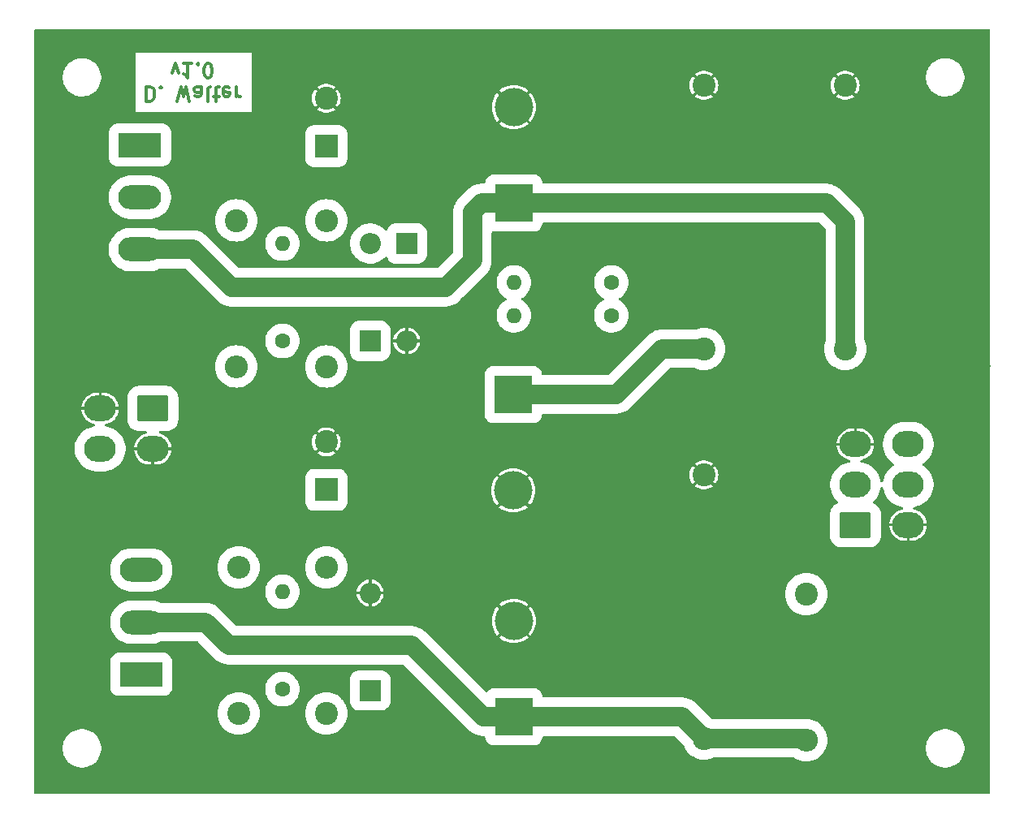
<source format=gbr>
G04 #@! TF.GenerationSoftware,KiCad,Pcbnew,8.0.5*
G04 #@! TF.CreationDate,2024-11-20T22:58:00+01:00*
G04 #@! TF.ProjectId,Anoden_Stabi,416e6f64-656e-45f5-9374-6162692e6b69,rev?*
G04 #@! TF.SameCoordinates,Original*
G04 #@! TF.FileFunction,Copper,L2,Bot*
G04 #@! TF.FilePolarity,Positive*
%FSLAX46Y46*%
G04 Gerber Fmt 4.6, Leading zero omitted, Abs format (unit mm)*
G04 Created by KiCad (PCBNEW 8.0.5) date 2024-11-20 22:58:00*
%MOMM*%
%LPD*%
G01*
G04 APERTURE LIST*
G04 Aperture macros list*
%AMRoundRect*
0 Rectangle with rounded corners*
0 $1 Rounding radius*
0 $2 $3 $4 $5 $6 $7 $8 $9 X,Y pos of 4 corners*
0 Add a 4 corners polygon primitive as box body*
4,1,4,$2,$3,$4,$5,$6,$7,$8,$9,$2,$3,0*
0 Add four circle primitives for the rounded corners*
1,1,$1+$1,$2,$3*
1,1,$1+$1,$4,$5*
1,1,$1+$1,$6,$7*
1,1,$1+$1,$8,$9*
0 Add four rect primitives between the rounded corners*
20,1,$1+$1,$2,$3,$4,$5,0*
20,1,$1+$1,$4,$5,$6,$7,0*
20,1,$1+$1,$6,$7,$8,$9,0*
20,1,$1+$1,$8,$9,$2,$3,0*%
G04 Aperture macros list end*
%ADD10C,0.300000*%
G04 #@! TA.AperFunction,NonConductor*
%ADD11C,0.300000*%
G04 #@! TD*
G04 #@! TA.AperFunction,ComponentPad*
%ADD12C,2.400000*%
G04 #@! TD*
G04 #@! TA.AperFunction,ComponentPad*
%ADD13O,2.400000X2.400000*%
G04 #@! TD*
G04 #@! TA.AperFunction,ComponentPad*
%ADD14R,4.000000X4.000000*%
G04 #@! TD*
G04 #@! TA.AperFunction,ComponentPad*
%ADD15C,4.000000*%
G04 #@! TD*
G04 #@! TA.AperFunction,ComponentPad*
%ADD16R,2.200000X2.200000*%
G04 #@! TD*
G04 #@! TA.AperFunction,ComponentPad*
%ADD17O,2.200000X2.200000*%
G04 #@! TD*
G04 #@! TA.AperFunction,ComponentPad*
%ADD18R,4.500000X2.500000*%
G04 #@! TD*
G04 #@! TA.AperFunction,ComponentPad*
%ADD19O,4.500000X2.500000*%
G04 #@! TD*
G04 #@! TA.AperFunction,ComponentPad*
%ADD20C,1.600000*%
G04 #@! TD*
G04 #@! TA.AperFunction,ComponentPad*
%ADD21O,1.600000X1.600000*%
G04 #@! TD*
G04 #@! TA.AperFunction,ComponentPad*
%ADD22R,2.400000X2.400000*%
G04 #@! TD*
G04 #@! TA.AperFunction,ComponentPad*
%ADD23RoundRect,0.250001X1.399999X-1.099999X1.399999X1.099999X-1.399999X1.099999X-1.399999X-1.099999X0*%
G04 #@! TD*
G04 #@! TA.AperFunction,ComponentPad*
%ADD24O,3.300000X2.700000*%
G04 #@! TD*
G04 #@! TA.AperFunction,ComponentPad*
%ADD25RoundRect,0.250001X-1.399999X1.099999X-1.399999X-1.099999X1.399999X-1.099999X1.399999X1.099999X0*%
G04 #@! TD*
G04 #@! TA.AperFunction,ViaPad*
%ADD26C,1.200000*%
G04 #@! TD*
G04 #@! TA.AperFunction,Conductor*
%ADD27C,2.000000*%
G04 #@! TD*
G04 APERTURE END LIST*
D10*
D11*
X87924285Y-54504129D02*
X87924285Y-56004129D01*
X87924285Y-56004129D02*
X88281428Y-56004129D01*
X88281428Y-56004129D02*
X88495714Y-55932700D01*
X88495714Y-55932700D02*
X88638571Y-55789843D01*
X88638571Y-55789843D02*
X88710000Y-55646986D01*
X88710000Y-55646986D02*
X88781428Y-55361272D01*
X88781428Y-55361272D02*
X88781428Y-55146986D01*
X88781428Y-55146986D02*
X88710000Y-54861272D01*
X88710000Y-54861272D02*
X88638571Y-54718415D01*
X88638571Y-54718415D02*
X88495714Y-54575558D01*
X88495714Y-54575558D02*
X88281428Y-54504129D01*
X88281428Y-54504129D02*
X87924285Y-54504129D01*
X89424285Y-54646986D02*
X89495714Y-54575558D01*
X89495714Y-54575558D02*
X89424285Y-54504129D01*
X89424285Y-54504129D02*
X89352857Y-54575558D01*
X89352857Y-54575558D02*
X89424285Y-54646986D01*
X89424285Y-54646986D02*
X89424285Y-54504129D01*
X91138571Y-56004129D02*
X91495714Y-54504129D01*
X91495714Y-54504129D02*
X91781428Y-55575558D01*
X91781428Y-55575558D02*
X92067143Y-54504129D01*
X92067143Y-54504129D02*
X92424286Y-56004129D01*
X93638572Y-54504129D02*
X93638572Y-55289843D01*
X93638572Y-55289843D02*
X93567143Y-55432700D01*
X93567143Y-55432700D02*
X93424286Y-55504129D01*
X93424286Y-55504129D02*
X93138572Y-55504129D01*
X93138572Y-55504129D02*
X92995714Y-55432700D01*
X93638572Y-54575558D02*
X93495714Y-54504129D01*
X93495714Y-54504129D02*
X93138572Y-54504129D01*
X93138572Y-54504129D02*
X92995714Y-54575558D01*
X92995714Y-54575558D02*
X92924286Y-54718415D01*
X92924286Y-54718415D02*
X92924286Y-54861272D01*
X92924286Y-54861272D02*
X92995714Y-55004129D01*
X92995714Y-55004129D02*
X93138572Y-55075558D01*
X93138572Y-55075558D02*
X93495714Y-55075558D01*
X93495714Y-55075558D02*
X93638572Y-55146986D01*
X94567143Y-54504129D02*
X94424286Y-54575558D01*
X94424286Y-54575558D02*
X94352857Y-54718415D01*
X94352857Y-54718415D02*
X94352857Y-56004129D01*
X94924286Y-55504129D02*
X95495714Y-55504129D01*
X95138571Y-56004129D02*
X95138571Y-54718415D01*
X95138571Y-54718415D02*
X95210000Y-54575558D01*
X95210000Y-54575558D02*
X95352857Y-54504129D01*
X95352857Y-54504129D02*
X95495714Y-54504129D01*
X96567143Y-54575558D02*
X96424286Y-54504129D01*
X96424286Y-54504129D02*
X96138572Y-54504129D01*
X96138572Y-54504129D02*
X95995714Y-54575558D01*
X95995714Y-54575558D02*
X95924286Y-54718415D01*
X95924286Y-54718415D02*
X95924286Y-55289843D01*
X95924286Y-55289843D02*
X95995714Y-55432700D01*
X95995714Y-55432700D02*
X96138572Y-55504129D01*
X96138572Y-55504129D02*
X96424286Y-55504129D01*
X96424286Y-55504129D02*
X96567143Y-55432700D01*
X96567143Y-55432700D02*
X96638572Y-55289843D01*
X96638572Y-55289843D02*
X96638572Y-55146986D01*
X96638572Y-55146986D02*
X95924286Y-55004129D01*
X97281428Y-54504129D02*
X97281428Y-55504129D01*
X97281428Y-55218415D02*
X97352857Y-55361272D01*
X97352857Y-55361272D02*
X97424286Y-55432700D01*
X97424286Y-55432700D02*
X97567143Y-55504129D01*
X97567143Y-55504129D02*
X97710000Y-55504129D01*
X90567143Y-53089213D02*
X90924286Y-52089213D01*
X90924286Y-52089213D02*
X91281429Y-53089213D01*
X92638572Y-52089213D02*
X91781429Y-52089213D01*
X92210000Y-52089213D02*
X92210000Y-53589213D01*
X92210000Y-53589213D02*
X92067143Y-53374927D01*
X92067143Y-53374927D02*
X91924286Y-53232070D01*
X91924286Y-53232070D02*
X91781429Y-53160642D01*
X93281428Y-52232070D02*
X93352857Y-52160642D01*
X93352857Y-52160642D02*
X93281428Y-52089213D01*
X93281428Y-52089213D02*
X93210000Y-52160642D01*
X93210000Y-52160642D02*
X93281428Y-52232070D01*
X93281428Y-52232070D02*
X93281428Y-52089213D01*
X94281429Y-53589213D02*
X94424286Y-53589213D01*
X94424286Y-53589213D02*
X94567143Y-53517784D01*
X94567143Y-53517784D02*
X94638572Y-53446356D01*
X94638572Y-53446356D02*
X94710000Y-53303499D01*
X94710000Y-53303499D02*
X94781429Y-53017784D01*
X94781429Y-53017784D02*
X94781429Y-52660642D01*
X94781429Y-52660642D02*
X94710000Y-52374927D01*
X94710000Y-52374927D02*
X94638572Y-52232070D01*
X94638572Y-52232070D02*
X94567143Y-52160642D01*
X94567143Y-52160642D02*
X94424286Y-52089213D01*
X94424286Y-52089213D02*
X94281429Y-52089213D01*
X94281429Y-52089213D02*
X94138572Y-52160642D01*
X94138572Y-52160642D02*
X94067143Y-52232070D01*
X94067143Y-52232070D02*
X93995714Y-52374927D01*
X93995714Y-52374927D02*
X93924286Y-52660642D01*
X93924286Y-52660642D02*
X93924286Y-53017784D01*
X93924286Y-53017784D02*
X93995714Y-53303499D01*
X93995714Y-53303499D02*
X94067143Y-53446356D01*
X94067143Y-53446356D02*
X94138572Y-53517784D01*
X94138572Y-53517784D02*
X94281429Y-53589213D01*
D12*
X156718000Y-107442000D03*
D13*
X156718000Y-122682000D03*
D12*
X106680000Y-119888000D03*
D13*
X106680000Y-104648000D03*
D12*
X97536000Y-119888000D03*
D13*
X97536000Y-104648000D03*
D12*
X106680000Y-83693000D03*
D13*
X106680000Y-68453000D03*
D12*
X97282000Y-68453000D03*
D13*
X97282000Y-83693000D03*
D14*
X126238000Y-120227832D03*
D15*
X126238000Y-110227832D03*
D14*
X126170150Y-86614000D03*
D15*
X126170150Y-96614000D03*
D14*
X126238000Y-66633832D03*
D15*
X126238000Y-56633832D03*
D16*
X111252000Y-117475000D03*
D17*
X111252000Y-107315000D03*
D18*
X87255000Y-60590000D03*
D19*
X87255000Y-66040000D03*
X87255000Y-71490000D03*
D20*
X102108000Y-81026000D03*
D21*
X102108000Y-70866000D03*
D20*
X102108000Y-117348000D03*
D21*
X102108000Y-107188000D03*
D20*
X136398000Y-78359000D03*
D21*
X126238000Y-78359000D03*
D22*
X106680000Y-60706000D03*
D12*
X106680000Y-55706000D03*
X106680000Y-91557959D03*
D22*
X106680000Y-96557959D03*
D23*
X161850000Y-100212000D03*
D24*
X161850000Y-96012000D03*
X161850000Y-91812000D03*
X167350000Y-100212000D03*
X167350000Y-96012000D03*
X167350000Y-91812000D03*
D12*
X146050000Y-94996000D03*
X146050000Y-122496000D03*
X146050000Y-54356000D03*
X146050000Y-81856000D03*
D16*
X111252000Y-81026000D03*
D17*
X111252000Y-70866000D03*
D16*
X115062000Y-70866000D03*
D17*
X115062000Y-81026000D03*
D12*
X160782000Y-54356000D03*
X160782000Y-81856000D03*
D20*
X136398000Y-74930000D03*
D21*
X126238000Y-74930000D03*
D18*
X87382000Y-115813000D03*
D19*
X87382000Y-110363000D03*
X87382000Y-104913000D03*
D25*
X88594000Y-88070000D03*
D24*
X88594000Y-92270000D03*
X83094000Y-88070000D03*
X83094000Y-92270000D03*
D26*
X112268000Y-101600000D03*
X112522000Y-66040000D03*
X173609000Y-64643000D03*
X79883000Y-106807000D03*
X111125000Y-125984000D03*
X89281000Y-125730000D03*
X146050000Y-62484000D03*
X146304000Y-117856000D03*
X79756000Y-116205000D03*
X96520000Y-94996000D03*
X160147000Y-50800000D03*
X160020000Y-125984000D03*
X168656000Y-58928000D03*
X146050000Y-88392000D03*
X154014873Y-98512733D03*
X145796000Y-72390000D03*
X156464000Y-113538000D03*
X110998000Y-50927000D03*
X154686000Y-88392000D03*
X146050000Y-105156000D03*
X165100000Y-122682000D03*
X175328000Y-83658493D03*
X148336000Y-50800000D03*
X173736000Y-74422000D03*
X173736000Y-116205000D03*
X157734000Y-72390000D03*
X101346000Y-50800000D03*
X100838000Y-65024000D03*
X87376000Y-79502000D03*
X121158000Y-76962000D03*
X173736000Y-106807000D03*
X79883000Y-74422000D03*
X139446000Y-88392000D03*
X160782000Y-62484000D03*
X79756000Y-62738000D03*
X138684000Y-58674000D03*
X113284000Y-87122000D03*
X101346000Y-125984000D03*
X132842000Y-50800000D03*
X135890000Y-71374000D03*
X136652000Y-105156000D03*
X117602000Y-104902000D03*
X96520000Y-91186000D03*
D27*
X141664000Y-81856000D02*
X146050000Y-81856000D01*
X136906000Y-86614000D02*
X141664000Y-81856000D01*
X126170150Y-86614000D02*
X136906000Y-86614000D01*
X160646000Y-81992000D02*
X160782000Y-81856000D01*
X158835832Y-66633832D02*
X126238000Y-66633832D01*
X160782000Y-68580000D02*
X158835832Y-66633832D01*
X160782000Y-81856000D02*
X160782000Y-68580000D01*
X121920000Y-72644000D02*
X121920000Y-67564000D01*
X119126000Y-75438000D02*
X121920000Y-72644000D01*
X96774000Y-75438000D02*
X119126000Y-75438000D01*
X92826000Y-71490000D02*
X96774000Y-75438000D01*
X122850168Y-66633832D02*
X126238000Y-66633832D01*
X87255000Y-71490000D02*
X92826000Y-71490000D01*
X121920000Y-67564000D02*
X122850168Y-66633832D01*
X156532000Y-122496000D02*
X156718000Y-122682000D01*
X146050000Y-122496000D02*
X156532000Y-122496000D01*
X143781832Y-120227832D02*
X146050000Y-122496000D01*
X126238000Y-120227832D02*
X143781832Y-120227832D01*
X123021832Y-120227832D02*
X126238000Y-120227832D01*
X115570000Y-112776000D02*
X123021832Y-120227832D01*
X96520000Y-112776000D02*
X115570000Y-112776000D01*
X94107000Y-110363000D02*
X96520000Y-112776000D01*
X87382000Y-110363000D02*
X94107000Y-110363000D01*
G04 #@! TA.AperFunction,Conductor*
G36*
X175837121Y-48544162D02*
G01*
X175883614Y-48597818D01*
X175895000Y-48650160D01*
X175895000Y-128144000D01*
X175874998Y-128212121D01*
X175821342Y-128258614D01*
X175769000Y-128270000D01*
X76326000Y-128270000D01*
X76257879Y-128249998D01*
X76211386Y-128196342D01*
X76200000Y-128144000D01*
X76200000Y-123391613D01*
X79200700Y-123391613D01*
X79200700Y-123653866D01*
X79234928Y-123913860D01*
X79234930Y-123913867D01*
X79302804Y-124167179D01*
X79403162Y-124409464D01*
X79403163Y-124409465D01*
X79403168Y-124409475D01*
X79534283Y-124636573D01*
X79534287Y-124636579D01*
X79693927Y-124844625D01*
X79693946Y-124844646D01*
X79879353Y-125030053D01*
X79879363Y-125030062D01*
X79879369Y-125030068D01*
X80087423Y-125189714D01*
X80314536Y-125320838D01*
X80556821Y-125421196D01*
X80810133Y-125489070D01*
X80810137Y-125489070D01*
X80810139Y-125489071D01*
X80877148Y-125497892D01*
X81070136Y-125523300D01*
X81070143Y-125523300D01*
X81332377Y-125523300D01*
X81332384Y-125523300D01*
X81567362Y-125492364D01*
X81592380Y-125489071D01*
X81592380Y-125489070D01*
X81592387Y-125489070D01*
X81845699Y-125421196D01*
X82087984Y-125320838D01*
X82315097Y-125189714D01*
X82523151Y-125030068D01*
X82708588Y-124844631D01*
X82868234Y-124636577D01*
X82999358Y-124409464D01*
X83099716Y-124167179D01*
X83167590Y-123913867D01*
X83201820Y-123653864D01*
X83201820Y-123391616D01*
X83176412Y-123198628D01*
X83167591Y-123131619D01*
X83167590Y-123131617D01*
X83167590Y-123131613D01*
X83099716Y-122878301D01*
X82999358Y-122636016D01*
X82868234Y-122408903D01*
X82817797Y-122343173D01*
X82708592Y-122200854D01*
X82708590Y-122200852D01*
X82708588Y-122200849D01*
X82708582Y-122200843D01*
X82708573Y-122200833D01*
X82523166Y-122015426D01*
X82523145Y-122015407D01*
X82315099Y-121855767D01*
X82315093Y-121855763D01*
X82087995Y-121724648D01*
X82087990Y-121724645D01*
X82087984Y-121724642D01*
X81845699Y-121624284D01*
X81592387Y-121556410D01*
X81592380Y-121556408D01*
X81332386Y-121522180D01*
X81332384Y-121522180D01*
X81070136Y-121522180D01*
X81070133Y-121522180D01*
X80810139Y-121556408D01*
X80556821Y-121624284D01*
X80314534Y-121724643D01*
X80314524Y-121724648D01*
X80087426Y-121855763D01*
X80087420Y-121855767D01*
X79879374Y-122015407D01*
X79879353Y-122015426D01*
X79693946Y-122200833D01*
X79693927Y-122200854D01*
X79534287Y-122408900D01*
X79534283Y-122408906D01*
X79403168Y-122636004D01*
X79403163Y-122636014D01*
X79403162Y-122636016D01*
X79384115Y-122682000D01*
X79302804Y-122878301D01*
X79234928Y-123131619D01*
X79200700Y-123391613D01*
X76200000Y-123391613D01*
X76200000Y-119887996D01*
X95330778Y-119887996D01*
X95330778Y-119888003D01*
X95349643Y-120175834D01*
X95349645Y-120175849D01*
X95405919Y-120458754D01*
X95405920Y-120458758D01*
X95437545Y-120551920D01*
X95498641Y-120731902D01*
X95498644Y-120731908D01*
X95626220Y-120990608D01*
X95786473Y-121230445D01*
X95786476Y-121230449D01*
X95976672Y-121447327D01*
X96062026Y-121522180D01*
X96193546Y-121637520D01*
X96193548Y-121637521D01*
X96193550Y-121637523D01*
X96193554Y-121637526D01*
X96323933Y-121724642D01*
X96433389Y-121797778D01*
X96692098Y-121925359D01*
X96965247Y-122018081D01*
X97180831Y-122060963D01*
X97248150Y-122074354D01*
X97248152Y-122074354D01*
X97248161Y-122074356D01*
X97412640Y-122085136D01*
X97535997Y-122093222D01*
X97536000Y-122093222D01*
X97536003Y-122093222D01*
X97643939Y-122086147D01*
X97823839Y-122074356D01*
X98106753Y-122018081D01*
X98379902Y-121925359D01*
X98638611Y-121797778D01*
X98878454Y-121637520D01*
X99095327Y-121447327D01*
X99285520Y-121230454D01*
X99445778Y-120990611D01*
X99573359Y-120731902D01*
X99666081Y-120458753D01*
X99722356Y-120175839D01*
X99741222Y-119888000D01*
X99741222Y-119887996D01*
X104474778Y-119887996D01*
X104474778Y-119888003D01*
X104493643Y-120175834D01*
X104493645Y-120175849D01*
X104549919Y-120458754D01*
X104549920Y-120458758D01*
X104581545Y-120551920D01*
X104642641Y-120731902D01*
X104642644Y-120731908D01*
X104770220Y-120990608D01*
X104930473Y-121230445D01*
X104930476Y-121230449D01*
X105120672Y-121447327D01*
X105206026Y-121522180D01*
X105337546Y-121637520D01*
X105337548Y-121637521D01*
X105337550Y-121637523D01*
X105337554Y-121637526D01*
X105467933Y-121724642D01*
X105577389Y-121797778D01*
X105836098Y-121925359D01*
X106109247Y-122018081D01*
X106324831Y-122060963D01*
X106392150Y-122074354D01*
X106392152Y-122074354D01*
X106392161Y-122074356D01*
X106556640Y-122085136D01*
X106679997Y-122093222D01*
X106680000Y-122093222D01*
X106680003Y-122093222D01*
X106787939Y-122086147D01*
X106967839Y-122074356D01*
X107250753Y-122018081D01*
X107523902Y-121925359D01*
X107782611Y-121797778D01*
X108022454Y-121637520D01*
X108239327Y-121447327D01*
X108429520Y-121230454D01*
X108589778Y-120990611D01*
X108717359Y-120731902D01*
X108810081Y-120458753D01*
X108866356Y-120175839D01*
X108885222Y-119888000D01*
X108866356Y-119600161D01*
X108861450Y-119575499D01*
X108829465Y-119414698D01*
X108810081Y-119317247D01*
X108717359Y-119044098D01*
X108589778Y-118785389D01*
X108487973Y-118633027D01*
X108429526Y-118545554D01*
X108429523Y-118545550D01*
X108429521Y-118545548D01*
X108429520Y-118545546D01*
X108328009Y-118429795D01*
X108239327Y-118328672D01*
X108022449Y-118138476D01*
X108022445Y-118138473D01*
X107782608Y-117978220D01*
X107523908Y-117850644D01*
X107523902Y-117850641D01*
X107431266Y-117819195D01*
X107250758Y-117757920D01*
X107250754Y-117757919D01*
X106967849Y-117701645D01*
X106967834Y-117701643D01*
X106680003Y-117682778D01*
X106679997Y-117682778D01*
X106392165Y-117701643D01*
X106392150Y-117701645D01*
X106109245Y-117757919D01*
X106109241Y-117757920D01*
X105840855Y-117849025D01*
X105836098Y-117850641D01*
X105836095Y-117850642D01*
X105836091Y-117850644D01*
X105577391Y-117978220D01*
X105337554Y-118138473D01*
X105337550Y-118138476D01*
X105120672Y-118328672D01*
X104930476Y-118545550D01*
X104930473Y-118545554D01*
X104770220Y-118785391D01*
X104642644Y-119044091D01*
X104642640Y-119044101D01*
X104549920Y-119317241D01*
X104549919Y-119317245D01*
X104493645Y-119600150D01*
X104493643Y-119600165D01*
X104474778Y-119887996D01*
X99741222Y-119887996D01*
X99722356Y-119600161D01*
X99717450Y-119575499D01*
X99685465Y-119414698D01*
X99666081Y-119317247D01*
X99573359Y-119044098D01*
X99445778Y-118785389D01*
X99343973Y-118633027D01*
X99285526Y-118545554D01*
X99285523Y-118545550D01*
X99285521Y-118545548D01*
X99285520Y-118545546D01*
X99184009Y-118429795D01*
X99095327Y-118328672D01*
X98878449Y-118138476D01*
X98878445Y-118138473D01*
X98638608Y-117978220D01*
X98379908Y-117850644D01*
X98379902Y-117850641D01*
X98287266Y-117819195D01*
X98106758Y-117757920D01*
X98106754Y-117757919D01*
X97823849Y-117701645D01*
X97823834Y-117701643D01*
X97536003Y-117682778D01*
X97535997Y-117682778D01*
X97248165Y-117701643D01*
X97248150Y-117701645D01*
X96965245Y-117757919D01*
X96965241Y-117757920D01*
X96696855Y-117849025D01*
X96692098Y-117850641D01*
X96692095Y-117850642D01*
X96692091Y-117850644D01*
X96433391Y-117978220D01*
X96193554Y-118138473D01*
X96193550Y-118138476D01*
X95976672Y-118328672D01*
X95786476Y-118545550D01*
X95786473Y-118545554D01*
X95626220Y-118785391D01*
X95498644Y-119044091D01*
X95498640Y-119044101D01*
X95405920Y-119317241D01*
X95405919Y-119317245D01*
X95349645Y-119600150D01*
X95349643Y-119600165D01*
X95330778Y-119887996D01*
X76200000Y-119887996D01*
X76200000Y-114504965D01*
X84131500Y-114504965D01*
X84131500Y-117121027D01*
X84131501Y-117121037D01*
X84140950Y-117227333D01*
X84142114Y-117240418D01*
X84184381Y-117388134D01*
X84198092Y-117436051D01*
X84240232Y-117516725D01*
X84292302Y-117616407D01*
X84420891Y-117774109D01*
X84578593Y-117902698D01*
X84758951Y-117996909D01*
X84954582Y-118052886D01*
X85073963Y-118063500D01*
X89690036Y-118063499D01*
X89809418Y-118052886D01*
X90005049Y-117996909D01*
X90185407Y-117902698D01*
X90343109Y-117774109D01*
X90471698Y-117616407D01*
X90565909Y-117436049D01*
X90591103Y-117348000D01*
X100302451Y-117348000D01*
X100322617Y-117617106D01*
X100382665Y-117880193D01*
X100481255Y-118131394D01*
X100481258Y-118131402D01*
X100616182Y-118365098D01*
X100616184Y-118365101D01*
X100616185Y-118365102D01*
X100784439Y-118576085D01*
X100982259Y-118759635D01*
X100982265Y-118759639D01*
X101205216Y-118911645D01*
X101205223Y-118911649D01*
X101205226Y-118911651D01*
X101448359Y-119028738D01*
X101448362Y-119028738D01*
X101448367Y-119028741D01*
X101706217Y-119108277D01*
X101706219Y-119108277D01*
X101706228Y-119108280D01*
X101973071Y-119148500D01*
X101973075Y-119148500D01*
X102242925Y-119148500D01*
X102242929Y-119148500D01*
X102509772Y-119108280D01*
X102509782Y-119108277D01*
X102767632Y-119028741D01*
X102767634Y-119028739D01*
X102767641Y-119028738D01*
X102767646Y-119028735D01*
X102767650Y-119028734D01*
X103010769Y-118911654D01*
X103010769Y-118911653D01*
X103010775Y-118911651D01*
X103233741Y-118759635D01*
X103431561Y-118576085D01*
X103599815Y-118365102D01*
X103721882Y-118153674D01*
X103734741Y-118131402D01*
X103734743Y-118131398D01*
X103833334Y-117880195D01*
X103893383Y-117617103D01*
X103913549Y-117348000D01*
X103893383Y-117078897D01*
X103833334Y-116815805D01*
X103734743Y-116564602D01*
X103734742Y-116564601D01*
X103734741Y-116564597D01*
X103599817Y-116330901D01*
X103588703Y-116316965D01*
X109151500Y-116316965D01*
X109151500Y-118633027D01*
X109151501Y-118633037D01*
X109159281Y-118720558D01*
X109162114Y-118752418D01*
X109218091Y-118948049D01*
X109218092Y-118948051D01*
X109301788Y-119108280D01*
X109312302Y-119128407D01*
X109440891Y-119286109D01*
X109598593Y-119414698D01*
X109778951Y-119508909D01*
X109974582Y-119564886D01*
X110093963Y-119575500D01*
X112410036Y-119575499D01*
X112529418Y-119564886D01*
X112725049Y-119508909D01*
X112905407Y-119414698D01*
X113063109Y-119286109D01*
X113191698Y-119128407D01*
X113285909Y-118948049D01*
X113341886Y-118752418D01*
X113352500Y-118633037D01*
X113352499Y-116316964D01*
X113341886Y-116197582D01*
X113285909Y-116001951D01*
X113191698Y-115821593D01*
X113063109Y-115663891D01*
X112905407Y-115535302D01*
X112905405Y-115535301D01*
X112905404Y-115535300D01*
X112725051Y-115441092D01*
X112725050Y-115441091D01*
X112725049Y-115441091D01*
X112529418Y-115385114D01*
X112410037Y-115374500D01*
X112410032Y-115374500D01*
X110093972Y-115374500D01*
X110093962Y-115374501D01*
X109974588Y-115385113D01*
X109974585Y-115385113D01*
X109974582Y-115385114D01*
X109778951Y-115441091D01*
X109778948Y-115441092D01*
X109598595Y-115535300D01*
X109440891Y-115663891D01*
X109312300Y-115821595D01*
X109218092Y-116001948D01*
X109218091Y-116001950D01*
X109218091Y-116001951D01*
X109162114Y-116197582D01*
X109162114Y-116197588D01*
X109151500Y-116316965D01*
X103588703Y-116316965D01*
X103431561Y-116119915D01*
X103233741Y-115936365D01*
X103065402Y-115821593D01*
X103010777Y-115784350D01*
X103010769Y-115784345D01*
X102767650Y-115667265D01*
X102767632Y-115667258D01*
X102509782Y-115587722D01*
X102509774Y-115587720D01*
X102509772Y-115587720D01*
X102242929Y-115547500D01*
X101973071Y-115547500D01*
X101706228Y-115587720D01*
X101706226Y-115587720D01*
X101706217Y-115587722D01*
X101448367Y-115667258D01*
X101448355Y-115667263D01*
X101205223Y-115784350D01*
X101205216Y-115784354D01*
X100982265Y-115936360D01*
X100982260Y-115936364D01*
X100784439Y-116119914D01*
X100616182Y-116330901D01*
X100481258Y-116564597D01*
X100481255Y-116564605D01*
X100382665Y-116815806D01*
X100322617Y-117078893D01*
X100302451Y-117348000D01*
X90591103Y-117348000D01*
X90621886Y-117240418D01*
X90632500Y-117121037D01*
X90632499Y-114504964D01*
X90621886Y-114385582D01*
X90565909Y-114189951D01*
X90471698Y-114009593D01*
X90343109Y-113851891D01*
X90185407Y-113723302D01*
X90185405Y-113723301D01*
X90185404Y-113723300D01*
X90005051Y-113629092D01*
X90005050Y-113629091D01*
X90005049Y-113629091D01*
X89809418Y-113573114D01*
X89690037Y-113562500D01*
X89690032Y-113562500D01*
X85073972Y-113562500D01*
X85073962Y-113562501D01*
X84954588Y-113573113D01*
X84954585Y-113573113D01*
X84954582Y-113573114D01*
X84758951Y-113629091D01*
X84758948Y-113629092D01*
X84578595Y-113723300D01*
X84420891Y-113851891D01*
X84292300Y-114009595D01*
X84198092Y-114189948D01*
X84198091Y-114189950D01*
X84198091Y-114189951D01*
X84142114Y-114385582D01*
X84142114Y-114385588D01*
X84131500Y-114504965D01*
X76200000Y-114504965D01*
X76200000Y-110215491D01*
X84131500Y-110215491D01*
X84131500Y-110510508D01*
X84170005Y-110802985D01*
X84170006Y-110802991D01*
X84170007Y-110802993D01*
X84246361Y-111087952D01*
X84359257Y-111360507D01*
X84359258Y-111360508D01*
X84359263Y-111360519D01*
X84506759Y-111615990D01*
X84506764Y-111615997D01*
X84686346Y-111850033D01*
X84686365Y-111850054D01*
X84894945Y-112058634D01*
X84894966Y-112058653D01*
X85129002Y-112238235D01*
X85129009Y-112238240D01*
X85384480Y-112385736D01*
X85384484Y-112385737D01*
X85384493Y-112385743D01*
X85657048Y-112498639D01*
X85942007Y-112574993D01*
X85942013Y-112574993D01*
X85942014Y-112574994D01*
X85975574Y-112579412D01*
X86234494Y-112613500D01*
X86234501Y-112613500D01*
X88529499Y-112613500D01*
X88529506Y-112613500D01*
X88821993Y-112574993D01*
X89106952Y-112498639D01*
X89379507Y-112385743D01*
X89388793Y-112380382D01*
X89451795Y-112363500D01*
X93226176Y-112363500D01*
X93294297Y-112383502D01*
X93315266Y-112400400D01*
X94766756Y-113851891D01*
X95198145Y-114283280D01*
X95198154Y-114283288D01*
X95290817Y-114354389D01*
X95290818Y-114354390D01*
X95406194Y-114442922D01*
X95406200Y-114442926D01*
X95633290Y-114574036D01*
X95633294Y-114574037D01*
X95633303Y-114574043D01*
X95875581Y-114674398D01*
X96128884Y-114742271D01*
X96128890Y-114742271D01*
X96128891Y-114742272D01*
X96141402Y-114743919D01*
X96258882Y-114759385D01*
X96388880Y-114776500D01*
X114689176Y-114776500D01*
X114757297Y-114796502D01*
X114778271Y-114813405D01*
X121699970Y-121735105D01*
X121699987Y-121735120D01*
X121754109Y-121776648D01*
X121817698Y-121825441D01*
X121817699Y-121825443D01*
X121908026Y-121894754D01*
X121908032Y-121894758D01*
X122121633Y-122018080D01*
X122121635Y-122018081D01*
X122135135Y-122025875D01*
X122377413Y-122126230D01*
X122630716Y-122194103D01*
X122752683Y-122210159D01*
X122752684Y-122210160D01*
X122777350Y-122213407D01*
X122890712Y-122228332D01*
X123117091Y-122228332D01*
X123185212Y-122248334D01*
X123231705Y-122301990D01*
X123242596Y-122343176D01*
X123248112Y-122405243D01*
X123304092Y-122600883D01*
X123346465Y-122682003D01*
X123398302Y-122781239D01*
X123526891Y-122938941D01*
X123684593Y-123067530D01*
X123864951Y-123161741D01*
X124060582Y-123217718D01*
X124179963Y-123228332D01*
X128296036Y-123228331D01*
X128415418Y-123217718D01*
X128611049Y-123161741D01*
X128791407Y-123067530D01*
X128949109Y-122938941D01*
X129077698Y-122781239D01*
X129171909Y-122600881D01*
X129227886Y-122405250D01*
X129233405Y-122343172D01*
X129259362Y-122277091D01*
X129316924Y-122235533D01*
X129358910Y-122228332D01*
X142901008Y-122228332D01*
X142969129Y-122248334D01*
X142990103Y-122265237D01*
X143965077Y-123240211D01*
X143995295Y-123288803D01*
X144012641Y-123339903D01*
X144140220Y-123598608D01*
X144300473Y-123838445D01*
X144300476Y-123838449D01*
X144490672Y-124055327D01*
X144618214Y-124167178D01*
X144707546Y-124245520D01*
X144707548Y-124245521D01*
X144707550Y-124245523D01*
X144707554Y-124245526D01*
X144865981Y-124351383D01*
X144947389Y-124405778D01*
X145206098Y-124533359D01*
X145479247Y-124626081D01*
X145694831Y-124668963D01*
X145762150Y-124682354D01*
X145762152Y-124682354D01*
X145762161Y-124682356D01*
X145926640Y-124693136D01*
X146049997Y-124701222D01*
X146050000Y-124701222D01*
X146050003Y-124701222D01*
X146157939Y-124694147D01*
X146337839Y-124682356D01*
X146620753Y-124626081D01*
X146893902Y-124533359D01*
X146942296Y-124509494D01*
X146998024Y-124496500D01*
X155434573Y-124496500D01*
X155502694Y-124516502D01*
X155504575Y-124517735D01*
X155560434Y-124555058D01*
X155615389Y-124591778D01*
X155874098Y-124719359D01*
X156147247Y-124812081D01*
X156310963Y-124844646D01*
X156430150Y-124868354D01*
X156430152Y-124868354D01*
X156430161Y-124868356D01*
X156594640Y-124879136D01*
X156717997Y-124887222D01*
X156718000Y-124887222D01*
X156718003Y-124887222D01*
X156825939Y-124880147D01*
X157005839Y-124868356D01*
X157288753Y-124812081D01*
X157561902Y-124719359D01*
X157820611Y-124591778D01*
X158060454Y-124431520D01*
X158277327Y-124241327D01*
X158467520Y-124024454D01*
X158627778Y-123784611D01*
X158755359Y-123525902D01*
X158800944Y-123391613D01*
X169200520Y-123391613D01*
X169200520Y-123653866D01*
X169234748Y-123913860D01*
X169234750Y-123913867D01*
X169302624Y-124167179D01*
X169402982Y-124409464D01*
X169402983Y-124409465D01*
X169402988Y-124409475D01*
X169534103Y-124636573D01*
X169534107Y-124636579D01*
X169693747Y-124844625D01*
X169693766Y-124844646D01*
X169879173Y-125030053D01*
X169879183Y-125030062D01*
X169879189Y-125030068D01*
X170087243Y-125189714D01*
X170314356Y-125320838D01*
X170556641Y-125421196D01*
X170809953Y-125489070D01*
X170809957Y-125489070D01*
X170809959Y-125489071D01*
X170876968Y-125497892D01*
X171069956Y-125523300D01*
X171069963Y-125523300D01*
X171332197Y-125523300D01*
X171332204Y-125523300D01*
X171567182Y-125492364D01*
X171592200Y-125489071D01*
X171592200Y-125489070D01*
X171592207Y-125489070D01*
X171845519Y-125421196D01*
X172087804Y-125320838D01*
X172314917Y-125189714D01*
X172522971Y-125030068D01*
X172708408Y-124844631D01*
X172868054Y-124636577D01*
X172999178Y-124409464D01*
X173099536Y-124167179D01*
X173167410Y-123913867D01*
X173201640Y-123653864D01*
X173201640Y-123391616D01*
X173176232Y-123198628D01*
X173167411Y-123131619D01*
X173167410Y-123131617D01*
X173167410Y-123131613D01*
X173099536Y-122878301D01*
X172999178Y-122636016D01*
X172868054Y-122408903D01*
X172817617Y-122343173D01*
X172708412Y-122200854D01*
X172708410Y-122200852D01*
X172708408Y-122200849D01*
X172708402Y-122200843D01*
X172708393Y-122200833D01*
X172522986Y-122015426D01*
X172522965Y-122015407D01*
X172314919Y-121855767D01*
X172314913Y-121855763D01*
X172087815Y-121724648D01*
X172087810Y-121724645D01*
X172087804Y-121724642D01*
X171845519Y-121624284D01*
X171592207Y-121556410D01*
X171592200Y-121556408D01*
X171332206Y-121522180D01*
X171332204Y-121522180D01*
X171069956Y-121522180D01*
X171069953Y-121522180D01*
X170809959Y-121556408D01*
X170556641Y-121624284D01*
X170314354Y-121724643D01*
X170314344Y-121724648D01*
X170087246Y-121855763D01*
X170087240Y-121855767D01*
X169879194Y-122015407D01*
X169879173Y-122015426D01*
X169693766Y-122200833D01*
X169693747Y-122200854D01*
X169534107Y-122408900D01*
X169534103Y-122408906D01*
X169402988Y-122636004D01*
X169402983Y-122636014D01*
X169402982Y-122636016D01*
X169383935Y-122682000D01*
X169302624Y-122878301D01*
X169234748Y-123131619D01*
X169200520Y-123391613D01*
X158800944Y-123391613D01*
X158848081Y-123252753D01*
X158904356Y-122969839D01*
X158923222Y-122682000D01*
X158904356Y-122394161D01*
X158894214Y-122343176D01*
X158872803Y-122235533D01*
X158848081Y-122111247D01*
X158755359Y-121838098D01*
X158627778Y-121579389D01*
X158539537Y-121447327D01*
X158467526Y-121339554D01*
X158467523Y-121339550D01*
X158467521Y-121339548D01*
X158467520Y-121339546D01*
X158371841Y-121230445D01*
X158277327Y-121122672D01*
X158060449Y-120932476D01*
X158060445Y-120932473D01*
X157820608Y-120772220D01*
X157561908Y-120644644D01*
X157561902Y-120644641D01*
X157469266Y-120613195D01*
X157288758Y-120551920D01*
X157288754Y-120551919D01*
X157005849Y-120495645D01*
X157005834Y-120495643D01*
X156718003Y-120476778D01*
X156717997Y-120476778D01*
X156436477Y-120495230D01*
X156428236Y-120495500D01*
X146998024Y-120495500D01*
X146942296Y-120482506D01*
X146893903Y-120458641D01*
X146860485Y-120447297D01*
X146842802Y-120441294D01*
X146794211Y-120411077D01*
X145103693Y-118720558D01*
X145103683Y-118720549D01*
X144985963Y-118630220D01*
X144985963Y-118630219D01*
X144895638Y-118560910D01*
X144895631Y-118560905D01*
X144668541Y-118429795D01*
X144668533Y-118429791D01*
X144668529Y-118429789D01*
X144426251Y-118329434D01*
X144416831Y-118326910D01*
X144416826Y-118326908D01*
X144216512Y-118273234D01*
X144172948Y-118261561D01*
X144172946Y-118261560D01*
X144172940Y-118261559D01*
X144042951Y-118244447D01*
X143912954Y-118227332D01*
X143912952Y-118227332D01*
X129358909Y-118227332D01*
X129290788Y-118207330D01*
X129244295Y-118153674D01*
X129233404Y-118112488D01*
X129227887Y-118050420D01*
X129227886Y-118050417D01*
X129227886Y-118050414D01*
X129171909Y-117854783D01*
X129077698Y-117674425D01*
X128949109Y-117516723D01*
X128791407Y-117388134D01*
X128791405Y-117388133D01*
X128791404Y-117388132D01*
X128611051Y-117293924D01*
X128611050Y-117293923D01*
X128611049Y-117293923D01*
X128415418Y-117237946D01*
X128296037Y-117227332D01*
X128296032Y-117227332D01*
X124179972Y-117227332D01*
X124179962Y-117227333D01*
X124060588Y-117237945D01*
X124060585Y-117237945D01*
X124060582Y-117237946D01*
X123864951Y-117293923D01*
X123864948Y-117293924D01*
X123684595Y-117388132D01*
X123526887Y-117516725D01*
X123441183Y-117621833D01*
X123382633Y-117661987D01*
X123311668Y-117664112D01*
X123254437Y-117631303D01*
X116891861Y-111268726D01*
X116891855Y-111268721D01*
X116891851Y-111268717D01*
X116722654Y-111138888D01*
X116683803Y-111109076D01*
X116683799Y-111109074D01*
X116683797Y-111109072D01*
X116456709Y-110977963D01*
X116456701Y-110977959D01*
X116456697Y-110977957D01*
X116214419Y-110877602D01*
X116214416Y-110877601D01*
X116214414Y-110877600D01*
X116006362Y-110821853D01*
X115961116Y-110809729D01*
X115961114Y-110809728D01*
X115961108Y-110809727D01*
X115831119Y-110792615D01*
X115701122Y-110775500D01*
X115701120Y-110775500D01*
X97400825Y-110775500D01*
X97332704Y-110755498D01*
X97311730Y-110738595D01*
X96800963Y-110227828D01*
X123933065Y-110227828D01*
X123933065Y-110227835D01*
X123952783Y-110528681D01*
X123952785Y-110528696D01*
X124011604Y-110824394D01*
X124011605Y-110824398D01*
X124108517Y-111109888D01*
X124108521Y-111109898D01*
X124241866Y-111380297D01*
X124409369Y-111630985D01*
X124509050Y-111744648D01*
X124509051Y-111744648D01*
X125432071Y-110821628D01*
X125461249Y-110865295D01*
X125600537Y-111004583D01*
X125644202Y-111033759D01*
X124721182Y-111956779D01*
X124721182Y-111956780D01*
X124834851Y-112056465D01*
X125085534Y-112223965D01*
X125355933Y-112357310D01*
X125355943Y-112357314D01*
X125641433Y-112454226D01*
X125641437Y-112454227D01*
X125937135Y-112513046D01*
X125937150Y-112513048D01*
X126237997Y-112532767D01*
X126238003Y-112532767D01*
X126538849Y-112513048D01*
X126538864Y-112513046D01*
X126834562Y-112454227D01*
X126834566Y-112454226D01*
X127120056Y-112357314D01*
X127120066Y-112357310D01*
X127390465Y-112223965D01*
X127641154Y-112056462D01*
X127754816Y-111956781D01*
X127754816Y-111956779D01*
X126831796Y-111033759D01*
X126875463Y-111004583D01*
X127014751Y-110865295D01*
X127043927Y-110821628D01*
X127966947Y-111744648D01*
X127966949Y-111744648D01*
X128066630Y-111630986D01*
X128234133Y-111380297D01*
X128367478Y-111109898D01*
X128367482Y-111109888D01*
X128464394Y-110824398D01*
X128464395Y-110824394D01*
X128523214Y-110528696D01*
X128523216Y-110528681D01*
X128542935Y-110227835D01*
X128542935Y-110227828D01*
X128523216Y-109926982D01*
X128523214Y-109926967D01*
X128464395Y-109631269D01*
X128464394Y-109631265D01*
X128367482Y-109345775D01*
X128367478Y-109345765D01*
X128234133Y-109075367D01*
X128066629Y-108824678D01*
X127966948Y-108711014D01*
X127966947Y-108711014D01*
X127043927Y-109634034D01*
X127014751Y-109590369D01*
X126875463Y-109451081D01*
X126831796Y-109421903D01*
X127754816Y-108498883D01*
X127754816Y-108498882D01*
X127641153Y-108399201D01*
X127390465Y-108231698D01*
X127120066Y-108098353D01*
X127120056Y-108098349D01*
X126834566Y-108001437D01*
X126834562Y-108001436D01*
X126538864Y-107942617D01*
X126538849Y-107942615D01*
X126238003Y-107922897D01*
X126237997Y-107922897D01*
X125937150Y-107942615D01*
X125937135Y-107942617D01*
X125641437Y-108001436D01*
X125641433Y-108001437D01*
X125355943Y-108098349D01*
X125355933Y-108098353D01*
X125085535Y-108231698D01*
X124834844Y-108399203D01*
X124834840Y-108399206D01*
X124721182Y-108498881D01*
X124721182Y-108498883D01*
X125644203Y-109421904D01*
X125600537Y-109451081D01*
X125461249Y-109590369D01*
X125432072Y-109634035D01*
X124509051Y-108711014D01*
X124509049Y-108711014D01*
X124409374Y-108824672D01*
X124409371Y-108824676D01*
X124241866Y-109075367D01*
X124108521Y-109345765D01*
X124108517Y-109345775D01*
X124011605Y-109631265D01*
X124011604Y-109631269D01*
X123952785Y-109926967D01*
X123952783Y-109926982D01*
X123933065Y-110227828D01*
X96800963Y-110227828D01*
X95428861Y-108855726D01*
X95428855Y-108855721D01*
X95428851Y-108855717D01*
X95293229Y-108751651D01*
X95293229Y-108751650D01*
X95293228Y-108751650D01*
X95220805Y-108696077D01*
X95220799Y-108696073D01*
X94993709Y-108564963D01*
X94993701Y-108564959D01*
X94993697Y-108564957D01*
X94751419Y-108464602D01*
X94751416Y-108464601D01*
X94751414Y-108464600D01*
X94507349Y-108399203D01*
X94498116Y-108396729D01*
X94498114Y-108396728D01*
X94498108Y-108396727D01*
X94368119Y-108379615D01*
X94238122Y-108362500D01*
X94238120Y-108362500D01*
X89451795Y-108362500D01*
X89388793Y-108345618D01*
X89379516Y-108340261D01*
X89379510Y-108340258D01*
X89379507Y-108340257D01*
X89106952Y-108227361D01*
X88821993Y-108151007D01*
X88821991Y-108151006D01*
X88821985Y-108151005D01*
X88529508Y-108112500D01*
X88529506Y-108112500D01*
X86234494Y-108112500D01*
X86234491Y-108112500D01*
X85942014Y-108151005D01*
X85657048Y-108227361D01*
X85384491Y-108340258D01*
X85384480Y-108340263D01*
X85129009Y-108487759D01*
X85129002Y-108487764D01*
X84894966Y-108667346D01*
X84894945Y-108667365D01*
X84686365Y-108875945D01*
X84686346Y-108875966D01*
X84506764Y-109110002D01*
X84506759Y-109110009D01*
X84359263Y-109365480D01*
X84359258Y-109365491D01*
X84246361Y-109638048D01*
X84170005Y-109923014D01*
X84131500Y-110215491D01*
X76200000Y-110215491D01*
X76200000Y-107188000D01*
X100302451Y-107188000D01*
X100322617Y-107457106D01*
X100382665Y-107720193D01*
X100481255Y-107971394D01*
X100481258Y-107971402D01*
X100616182Y-108205098D01*
X100616184Y-108205101D01*
X100616185Y-108205102D01*
X100784439Y-108416085D01*
X100982259Y-108599635D01*
X100982265Y-108599639D01*
X101205216Y-108751645D01*
X101205223Y-108751649D01*
X101205226Y-108751651D01*
X101448359Y-108868738D01*
X101448362Y-108868738D01*
X101448367Y-108868741D01*
X101706217Y-108948277D01*
X101706219Y-108948277D01*
X101706228Y-108948280D01*
X101973071Y-108988500D01*
X101973075Y-108988500D01*
X102242925Y-108988500D01*
X102242929Y-108988500D01*
X102509772Y-108948280D01*
X102509782Y-108948277D01*
X102767632Y-108868741D01*
X102767634Y-108868739D01*
X102767641Y-108868738D01*
X102767646Y-108868735D01*
X102767650Y-108868734D01*
X103010769Y-108751654D01*
X103010769Y-108751653D01*
X103010775Y-108751651D01*
X103233741Y-108599635D01*
X103431561Y-108416085D01*
X103599815Y-108205102D01*
X103734743Y-107971398D01*
X103833334Y-107720195D01*
X103893383Y-107457103D01*
X103913549Y-107188000D01*
X103911825Y-107165000D01*
X109859632Y-107165000D01*
X110722791Y-107165000D01*
X110702000Y-107242591D01*
X110702000Y-107387409D01*
X110722791Y-107465000D01*
X109859632Y-107465000D01*
X109866362Y-107546225D01*
X109866364Y-107546234D01*
X109923316Y-107771133D01*
X109923319Y-107771140D01*
X110016516Y-107983609D01*
X110143416Y-108177845D01*
X110300549Y-108348537D01*
X110483652Y-108491052D01*
X110687699Y-108601477D01*
X110687701Y-108601478D01*
X110907137Y-108676810D01*
X110907146Y-108676812D01*
X111101999Y-108709326D01*
X111102000Y-108709326D01*
X111102000Y-107844209D01*
X111179591Y-107865000D01*
X111324409Y-107865000D01*
X111402000Y-107844209D01*
X111402000Y-108709326D01*
X111596853Y-108676812D01*
X111596862Y-108676810D01*
X111816298Y-108601478D01*
X111816300Y-108601477D01*
X112020347Y-108491052D01*
X112203450Y-108348537D01*
X112360583Y-108177845D01*
X112487483Y-107983609D01*
X112580680Y-107771140D01*
X112580683Y-107771133D01*
X112637635Y-107546234D01*
X112637637Y-107546225D01*
X112644368Y-107465000D01*
X111781209Y-107465000D01*
X111787373Y-107441996D01*
X154512778Y-107441996D01*
X154512778Y-107442003D01*
X154531643Y-107729834D01*
X154531645Y-107729849D01*
X154587919Y-108012754D01*
X154587920Y-108012758D01*
X154634849Y-108151005D01*
X154680641Y-108285902D01*
X154680644Y-108285908D01*
X154808220Y-108544608D01*
X154968473Y-108784445D01*
X154968476Y-108784449D01*
X155158672Y-109001327D01*
X155243099Y-109075367D01*
X155375546Y-109191520D01*
X155375548Y-109191521D01*
X155375550Y-109191523D01*
X155375554Y-109191526D01*
X155487404Y-109266261D01*
X155615389Y-109351778D01*
X155874098Y-109479359D01*
X156147247Y-109572081D01*
X156362831Y-109614963D01*
X156430150Y-109628354D01*
X156430152Y-109628354D01*
X156430161Y-109628356D01*
X156578032Y-109638048D01*
X156717997Y-109647222D01*
X156718000Y-109647222D01*
X156718003Y-109647222D01*
X156825939Y-109640147D01*
X157005839Y-109628356D01*
X157288753Y-109572081D01*
X157561902Y-109479359D01*
X157820611Y-109351778D01*
X158060454Y-109191520D01*
X158277327Y-109001327D01*
X158467520Y-108784454D01*
X158627778Y-108544611D01*
X158755359Y-108285902D01*
X158848081Y-108012753D01*
X158904356Y-107729839D01*
X158917632Y-107527292D01*
X158923222Y-107442003D01*
X158923222Y-107441996D01*
X158904356Y-107154165D01*
X158904356Y-107154161D01*
X158848081Y-106871247D01*
X158755359Y-106598098D01*
X158627778Y-106339389D01*
X158515196Y-106170898D01*
X158467526Y-106099554D01*
X158467523Y-106099550D01*
X158467521Y-106099548D01*
X158467520Y-106099546D01*
X158339168Y-105953189D01*
X158277327Y-105882672D01*
X158060449Y-105692476D01*
X158060445Y-105692473D01*
X157820608Y-105532220D01*
X157561908Y-105404644D01*
X157561902Y-105404641D01*
X157409753Y-105352993D01*
X157288758Y-105311920D01*
X157288754Y-105311919D01*
X157005849Y-105255645D01*
X157005834Y-105255643D01*
X156718003Y-105236778D01*
X156717997Y-105236778D01*
X156430165Y-105255643D01*
X156430150Y-105255645D01*
X156147245Y-105311919D01*
X156147241Y-105311920D01*
X155878855Y-105403025D01*
X155874098Y-105404641D01*
X155874095Y-105404642D01*
X155874091Y-105404644D01*
X155615391Y-105532220D01*
X155375554Y-105692473D01*
X155375550Y-105692476D01*
X155158672Y-105882672D01*
X154968476Y-106099550D01*
X154968473Y-106099554D01*
X154808220Y-106339391D01*
X154680644Y-106598091D01*
X154680640Y-106598101D01*
X154587920Y-106871241D01*
X154587919Y-106871245D01*
X154531645Y-107154150D01*
X154531643Y-107154165D01*
X154512778Y-107441996D01*
X111787373Y-107441996D01*
X111802000Y-107387409D01*
X111802000Y-107242591D01*
X111781209Y-107165000D01*
X112644367Y-107165000D01*
X112637637Y-107083774D01*
X112637635Y-107083765D01*
X112580683Y-106858866D01*
X112580680Y-106858859D01*
X112487483Y-106646390D01*
X112360583Y-106452154D01*
X112203450Y-106281462D01*
X112020347Y-106138947D01*
X111816300Y-106028522D01*
X111816298Y-106028521D01*
X111596862Y-105953189D01*
X111596855Y-105953187D01*
X111402000Y-105920672D01*
X111402000Y-106785790D01*
X111324409Y-106765000D01*
X111179591Y-106765000D01*
X111102000Y-106785790D01*
X111102000Y-105920672D01*
X110907144Y-105953187D01*
X110907137Y-105953189D01*
X110687701Y-106028521D01*
X110687699Y-106028522D01*
X110483652Y-106138947D01*
X110300549Y-106281462D01*
X110143416Y-106452154D01*
X110016516Y-106646390D01*
X109923319Y-106858859D01*
X109923316Y-106858866D01*
X109866364Y-107083765D01*
X109866362Y-107083774D01*
X109859632Y-107165000D01*
X103911825Y-107165000D01*
X103893383Y-106918897D01*
X103833334Y-106655805D01*
X103734743Y-106404602D01*
X103734742Y-106404601D01*
X103734741Y-106404597D01*
X103599817Y-106170901D01*
X103595906Y-106165997D01*
X103431561Y-105959915D01*
X103233741Y-105776365D01*
X103110699Y-105692476D01*
X103010777Y-105624350D01*
X103010769Y-105624345D01*
X102767650Y-105507265D01*
X102767632Y-105507258D01*
X102509782Y-105427722D01*
X102509774Y-105427720D01*
X102509772Y-105427720D01*
X102242929Y-105387500D01*
X101973071Y-105387500D01*
X101706228Y-105427720D01*
X101706226Y-105427720D01*
X101706217Y-105427722D01*
X101448367Y-105507258D01*
X101448355Y-105507263D01*
X101205223Y-105624350D01*
X101205216Y-105624354D01*
X100982265Y-105776360D01*
X100982260Y-105776364D01*
X100784439Y-105959914D01*
X100616182Y-106170901D01*
X100481258Y-106404597D01*
X100481255Y-106404605D01*
X100382665Y-106655806D01*
X100322617Y-106918893D01*
X100302451Y-107188000D01*
X76200000Y-107188000D01*
X76200000Y-104765491D01*
X84131500Y-104765491D01*
X84131500Y-105060508D01*
X84170005Y-105352985D01*
X84170006Y-105352991D01*
X84170007Y-105352993D01*
X84246361Y-105637952D01*
X84359257Y-105910507D01*
X84359258Y-105910508D01*
X84359263Y-105910519D01*
X84506759Y-106165990D01*
X84506764Y-106165997D01*
X84686346Y-106400033D01*
X84686365Y-106400054D01*
X84894945Y-106608634D01*
X84894966Y-106608653D01*
X85129002Y-106788235D01*
X85129009Y-106788240D01*
X85384480Y-106935736D01*
X85384484Y-106935737D01*
X85384493Y-106935743D01*
X85657048Y-107048639D01*
X85942007Y-107124993D01*
X85942013Y-107124993D01*
X85942014Y-107124994D01*
X85975574Y-107129412D01*
X86234494Y-107163500D01*
X86234501Y-107163500D01*
X88529499Y-107163500D01*
X88529506Y-107163500D01*
X88821993Y-107124993D01*
X89106952Y-107048639D01*
X89379507Y-106935743D01*
X89634994Y-106788238D01*
X89869042Y-106608646D01*
X90077646Y-106400042D01*
X90257238Y-106165994D01*
X90404743Y-105910507D01*
X90517639Y-105637952D01*
X90593993Y-105352993D01*
X90632500Y-105060506D01*
X90632500Y-104765494D01*
X90617031Y-104647996D01*
X95330778Y-104647996D01*
X95330778Y-104648003D01*
X95349643Y-104935834D01*
X95349645Y-104935849D01*
X95405919Y-105218754D01*
X95405920Y-105218758D01*
X95463201Y-105387500D01*
X95498641Y-105491902D01*
X95498644Y-105491908D01*
X95626220Y-105750608D01*
X95786473Y-105990445D01*
X95786476Y-105990449D01*
X95976672Y-106207327D01*
X96114009Y-106327767D01*
X96193546Y-106397520D01*
X96193548Y-106397521D01*
X96193550Y-106397523D01*
X96193554Y-106397526D01*
X96351981Y-106503383D01*
X96433389Y-106557778D01*
X96692098Y-106685359D01*
X96965247Y-106778081D01*
X97180831Y-106820963D01*
X97248150Y-106834354D01*
X97248152Y-106834354D01*
X97248161Y-106834356D01*
X97412640Y-106845136D01*
X97535997Y-106853222D01*
X97536000Y-106853222D01*
X97536003Y-106853222D01*
X97643939Y-106846147D01*
X97823839Y-106834356D01*
X98106753Y-106778081D01*
X98379902Y-106685359D01*
X98638611Y-106557778D01*
X98878454Y-106397520D01*
X99095327Y-106207327D01*
X99285520Y-105990454D01*
X99445778Y-105750611D01*
X99573359Y-105491902D01*
X99666081Y-105218753D01*
X99722356Y-104935839D01*
X99741222Y-104648000D01*
X99741222Y-104647996D01*
X104474778Y-104647996D01*
X104474778Y-104648003D01*
X104493643Y-104935834D01*
X104493645Y-104935849D01*
X104549919Y-105218754D01*
X104549920Y-105218758D01*
X104607201Y-105387500D01*
X104642641Y-105491902D01*
X104642644Y-105491908D01*
X104770220Y-105750608D01*
X104930473Y-105990445D01*
X104930476Y-105990449D01*
X105120672Y-106207327D01*
X105258009Y-106327767D01*
X105337546Y-106397520D01*
X105337548Y-106397521D01*
X105337550Y-106397523D01*
X105337554Y-106397526D01*
X105495981Y-106503383D01*
X105577389Y-106557778D01*
X105836098Y-106685359D01*
X106109247Y-106778081D01*
X106324831Y-106820963D01*
X106392150Y-106834354D01*
X106392152Y-106834354D01*
X106392161Y-106834356D01*
X106556640Y-106845136D01*
X106679997Y-106853222D01*
X106680000Y-106853222D01*
X106680003Y-106853222D01*
X106787939Y-106846147D01*
X106967839Y-106834356D01*
X107250753Y-106778081D01*
X107523902Y-106685359D01*
X107782611Y-106557778D01*
X108022454Y-106397520D01*
X108239327Y-106207327D01*
X108429520Y-105990454D01*
X108589778Y-105750611D01*
X108717359Y-105491902D01*
X108810081Y-105218753D01*
X108866356Y-104935839D01*
X108885222Y-104648000D01*
X108866356Y-104360161D01*
X108810081Y-104077247D01*
X108717359Y-103804098D01*
X108589778Y-103545389D01*
X108509968Y-103425945D01*
X108429526Y-103305554D01*
X108429523Y-103305550D01*
X108429521Y-103305548D01*
X108429520Y-103305546D01*
X108352187Y-103217365D01*
X108239327Y-103088672D01*
X108022449Y-102898476D01*
X108022445Y-102898473D01*
X107782608Y-102738220D01*
X107523908Y-102610644D01*
X107523902Y-102610641D01*
X107382084Y-102562500D01*
X107250758Y-102517920D01*
X107250754Y-102517919D01*
X106967849Y-102461645D01*
X106967834Y-102461643D01*
X106680003Y-102442778D01*
X106679997Y-102442778D01*
X106392165Y-102461643D01*
X106392150Y-102461645D01*
X106109245Y-102517919D01*
X106109241Y-102517920D01*
X105840855Y-102609025D01*
X105836098Y-102610641D01*
X105836095Y-102610642D01*
X105836091Y-102610644D01*
X105577391Y-102738220D01*
X105337554Y-102898473D01*
X105337550Y-102898476D01*
X105120672Y-103088672D01*
X104930476Y-103305550D01*
X104930473Y-103305554D01*
X104770220Y-103545391D01*
X104642644Y-103804091D01*
X104642640Y-103804101D01*
X104549920Y-104077241D01*
X104549919Y-104077245D01*
X104493645Y-104360150D01*
X104493643Y-104360165D01*
X104474778Y-104647996D01*
X99741222Y-104647996D01*
X99722356Y-104360161D01*
X99666081Y-104077247D01*
X99573359Y-103804098D01*
X99445778Y-103545389D01*
X99365968Y-103425945D01*
X99285526Y-103305554D01*
X99285523Y-103305550D01*
X99285521Y-103305548D01*
X99285520Y-103305546D01*
X99208187Y-103217365D01*
X99095327Y-103088672D01*
X98878449Y-102898476D01*
X98878445Y-102898473D01*
X98638608Y-102738220D01*
X98379908Y-102610644D01*
X98379902Y-102610641D01*
X98238084Y-102562500D01*
X98106758Y-102517920D01*
X98106754Y-102517919D01*
X97823849Y-102461645D01*
X97823834Y-102461643D01*
X97536003Y-102442778D01*
X97535997Y-102442778D01*
X97248165Y-102461643D01*
X97248150Y-102461645D01*
X96965245Y-102517919D01*
X96965241Y-102517920D01*
X96696855Y-102609025D01*
X96692098Y-102610641D01*
X96692095Y-102610642D01*
X96692091Y-102610644D01*
X96433391Y-102738220D01*
X96193554Y-102898473D01*
X96193550Y-102898476D01*
X95976672Y-103088672D01*
X95786476Y-103305550D01*
X95786473Y-103305554D01*
X95626220Y-103545391D01*
X95498644Y-103804091D01*
X95498640Y-103804101D01*
X95405920Y-104077241D01*
X95405919Y-104077245D01*
X95349645Y-104360150D01*
X95349643Y-104360165D01*
X95330778Y-104647996D01*
X90617031Y-104647996D01*
X90593993Y-104473007D01*
X90517639Y-104188048D01*
X90404743Y-103915493D01*
X90404737Y-103915484D01*
X90404736Y-103915480D01*
X90257240Y-103660009D01*
X90257235Y-103660002D01*
X90077653Y-103425966D01*
X90077634Y-103425945D01*
X89869054Y-103217365D01*
X89869033Y-103217346D01*
X89634997Y-103037764D01*
X89634990Y-103037759D01*
X89379519Y-102890263D01*
X89379511Y-102890259D01*
X89379507Y-102890257D01*
X89106952Y-102777361D01*
X88821993Y-102701007D01*
X88821991Y-102701006D01*
X88821985Y-102701005D01*
X88529508Y-102662500D01*
X88529506Y-102662500D01*
X86234494Y-102662500D01*
X86234491Y-102662500D01*
X85942014Y-102701005D01*
X85657048Y-102777361D01*
X85384491Y-102890258D01*
X85384480Y-102890263D01*
X85129009Y-103037759D01*
X85129002Y-103037764D01*
X84894966Y-103217346D01*
X84894945Y-103217365D01*
X84686365Y-103425945D01*
X84686346Y-103425966D01*
X84506764Y-103660002D01*
X84506759Y-103660009D01*
X84359263Y-103915480D01*
X84359258Y-103915491D01*
X84246361Y-104188048D01*
X84170005Y-104473014D01*
X84131500Y-104765491D01*
X76200000Y-104765491D01*
X76200000Y-95299924D01*
X104479500Y-95299924D01*
X104479500Y-97815986D01*
X104479501Y-97815996D01*
X104489360Y-97926904D01*
X104490114Y-97935377D01*
X104544264Y-98124622D01*
X104546092Y-98131010D01*
X104638200Y-98307343D01*
X104640302Y-98311366D01*
X104768891Y-98469068D01*
X104926593Y-98597657D01*
X105106951Y-98691868D01*
X105302582Y-98747845D01*
X105421963Y-98758459D01*
X107938036Y-98758458D01*
X108057418Y-98747845D01*
X108253049Y-98691868D01*
X108433407Y-98597657D01*
X108591109Y-98469068D01*
X108719698Y-98311366D01*
X108813909Y-98131008D01*
X108869886Y-97935377D01*
X108880500Y-97815996D01*
X108880500Y-96613996D01*
X123865215Y-96613996D01*
X123865215Y-96614003D01*
X123884933Y-96914849D01*
X123884935Y-96914864D01*
X123943754Y-97210562D01*
X123943755Y-97210566D01*
X124040667Y-97496056D01*
X124040671Y-97496066D01*
X124174016Y-97766465D01*
X124341519Y-98017153D01*
X124441200Y-98130816D01*
X124441201Y-98130816D01*
X125364221Y-97207796D01*
X125393399Y-97251463D01*
X125532687Y-97390751D01*
X125576352Y-97419927D01*
X124653332Y-98342947D01*
X124653332Y-98342948D01*
X124767001Y-98442633D01*
X125017684Y-98610133D01*
X125288083Y-98743478D01*
X125288093Y-98743482D01*
X125573583Y-98840394D01*
X125573587Y-98840395D01*
X125869285Y-98899214D01*
X125869300Y-98899216D01*
X126170147Y-98918935D01*
X126170153Y-98918935D01*
X126470999Y-98899216D01*
X126471014Y-98899214D01*
X126766712Y-98840395D01*
X126766716Y-98840394D01*
X127052206Y-98743482D01*
X127052216Y-98743478D01*
X127322615Y-98610133D01*
X127573304Y-98442630D01*
X127686966Y-98342949D01*
X127686966Y-98342947D01*
X126763946Y-97419927D01*
X126807613Y-97390751D01*
X126946901Y-97251463D01*
X126976077Y-97207796D01*
X127899097Y-98130816D01*
X127899099Y-98130816D01*
X127998780Y-98017154D01*
X128166283Y-97766465D01*
X128299628Y-97496066D01*
X128299632Y-97496056D01*
X128396544Y-97210566D01*
X128396545Y-97210562D01*
X128455364Y-96914864D01*
X128455366Y-96914849D01*
X128475085Y-96614003D01*
X128475085Y-96613996D01*
X128455366Y-96313150D01*
X128455364Y-96313135D01*
X128396545Y-96017437D01*
X128396544Y-96017433D01*
X128299632Y-95731943D01*
X128299628Y-95731933D01*
X128166283Y-95461535D01*
X127998779Y-95210846D01*
X127899098Y-95097182D01*
X127899097Y-95097182D01*
X126976077Y-96020202D01*
X126946901Y-95976537D01*
X126807613Y-95837249D01*
X126763946Y-95808071D01*
X127576017Y-94996000D01*
X144544859Y-94996000D01*
X144565388Y-95243743D01*
X144626411Y-95484716D01*
X144726266Y-95712364D01*
X144726270Y-95712370D01*
X144862229Y-95920473D01*
X144886752Y-95947113D01*
X145533123Y-95300742D01*
X145569881Y-95364408D01*
X145681592Y-95476119D01*
X145745255Y-95512875D01*
X145100417Y-96157712D01*
X145100417Y-96157713D01*
X145226765Y-96256053D01*
X145226766Y-96256054D01*
X145445392Y-96374367D01*
X145445394Y-96374369D01*
X145680505Y-96455082D01*
X145680512Y-96455084D01*
X145925710Y-96496000D01*
X146174290Y-96496000D01*
X146419487Y-96455084D01*
X146419494Y-96455082D01*
X146654605Y-96374369D01*
X146654607Y-96374367D01*
X146873231Y-96256054D01*
X146873241Y-96256048D01*
X146999580Y-96157713D01*
X146999581Y-96157712D01*
X146354744Y-95512875D01*
X146418408Y-95476119D01*
X146530119Y-95364408D01*
X146566875Y-95300744D01*
X147213245Y-95947114D01*
X147213246Y-95947113D01*
X147237764Y-95920481D01*
X147237769Y-95920475D01*
X147278627Y-95857937D01*
X159199500Y-95857937D01*
X159199500Y-96166062D01*
X159239716Y-96471536D01*
X159239717Y-96471542D01*
X159239718Y-96471544D01*
X159319465Y-96769164D01*
X159437378Y-97053830D01*
X159437379Y-97053831D01*
X159437384Y-97053842D01*
X159591440Y-97320675D01*
X159779004Y-97565111D01*
X159779023Y-97565132D01*
X159979247Y-97765356D01*
X160013273Y-97827668D01*
X160008208Y-97898483D01*
X159965661Y-97955319D01*
X159942261Y-97969171D01*
X159830372Y-98019993D01*
X159830367Y-98019997D01*
X159645348Y-98148178D01*
X159645343Y-98148182D01*
X159486182Y-98307343D01*
X159486178Y-98307348D01*
X159357997Y-98492367D01*
X159357991Y-98492375D01*
X159264906Y-98697311D01*
X159264903Y-98697320D01*
X159228851Y-98840395D01*
X159209904Y-98915589D01*
X159199500Y-99047784D01*
X159199500Y-101376216D01*
X159209904Y-101508411D01*
X159209905Y-101508414D01*
X159264903Y-101726679D01*
X159264906Y-101726688D01*
X159357991Y-101931624D01*
X159357997Y-101931632D01*
X159486178Y-102116651D01*
X159486182Y-102116656D01*
X159645343Y-102275817D01*
X159645348Y-102275821D01*
X159830367Y-102404002D01*
X159830375Y-102404008D01*
X159957269Y-102461645D01*
X160035317Y-102497096D01*
X160253589Y-102552096D01*
X160385784Y-102562500D01*
X160385786Y-102562500D01*
X163314214Y-102562500D01*
X163314216Y-102562500D01*
X163446411Y-102552096D01*
X163664683Y-102497096D01*
X163869626Y-102404007D01*
X164054654Y-102275819D01*
X164213819Y-102116654D01*
X164342007Y-101931626D01*
X164435096Y-101726683D01*
X164490096Y-101508411D01*
X164500500Y-101376216D01*
X164500500Y-99047784D01*
X164490096Y-98915589D01*
X164435096Y-98697317D01*
X164372872Y-98560326D01*
X164342008Y-98492375D01*
X164342002Y-98492367D01*
X164325860Y-98469068D01*
X164298347Y-98429355D01*
X164213821Y-98307348D01*
X164213817Y-98307343D01*
X164054656Y-98148182D01*
X164054651Y-98148178D01*
X163869632Y-98019997D01*
X163869627Y-98019994D01*
X163869628Y-98019994D01*
X163869626Y-98019993D01*
X163760800Y-97970562D01*
X163757738Y-97969171D01*
X163703988Y-97922788D01*
X163683847Y-97854708D01*
X163703710Y-97786546D01*
X163720747Y-97765360D01*
X163920991Y-97565117D01*
X164054787Y-97390751D01*
X164108559Y-97320675D01*
X164172131Y-97210566D01*
X164262622Y-97053830D01*
X164380535Y-96769164D01*
X164460282Y-96471544D01*
X164469455Y-96401868D01*
X164475078Y-96359159D01*
X164503800Y-96294232D01*
X164563065Y-96255140D01*
X164634057Y-96254295D01*
X164694236Y-96291965D01*
X164724495Y-96356190D01*
X164724922Y-96359159D01*
X164739716Y-96471536D01*
X164739717Y-96471542D01*
X164739718Y-96471544D01*
X164819465Y-96769164D01*
X164937378Y-97053830D01*
X164937379Y-97053831D01*
X164937384Y-97053842D01*
X165091440Y-97320675D01*
X165279004Y-97565111D01*
X165279023Y-97565132D01*
X165496867Y-97782976D01*
X165496877Y-97782985D01*
X165496883Y-97782991D01*
X165496886Y-97782993D01*
X165496888Y-97782995D01*
X165741324Y-97970559D01*
X166008157Y-98124615D01*
X166008161Y-98124616D01*
X166008170Y-98124622D01*
X166292836Y-98242535D01*
X166590456Y-98322282D01*
X166590460Y-98322282D01*
X166590462Y-98322283D01*
X166667562Y-98332433D01*
X166735429Y-98341368D01*
X166800356Y-98370090D01*
X166839448Y-98429355D01*
X166840293Y-98500347D01*
X166802623Y-98560526D01*
X166738695Y-98590739D01*
X166663617Y-98602630D01*
X166416624Y-98682883D01*
X166416618Y-98682886D01*
X166185208Y-98800796D01*
X165975094Y-98953453D01*
X165975091Y-98953455D01*
X165791455Y-99137091D01*
X165791453Y-99137094D01*
X165638796Y-99347208D01*
X165520886Y-99578618D01*
X165520883Y-99578624D01*
X165440630Y-99825619D01*
X165403190Y-100062000D01*
X166666123Y-100062000D01*
X166650000Y-100143056D01*
X166650000Y-100280944D01*
X166666123Y-100362000D01*
X165403190Y-100362000D01*
X165440630Y-100598380D01*
X165520883Y-100845375D01*
X165520886Y-100845381D01*
X165638796Y-101076791D01*
X165791453Y-101286905D01*
X165791455Y-101286908D01*
X165975091Y-101470544D01*
X165975094Y-101470546D01*
X166185208Y-101623203D01*
X166416618Y-101741113D01*
X166416624Y-101741116D01*
X166663620Y-101821369D01*
X166663616Y-101821369D01*
X166920145Y-101862000D01*
X167200000Y-101862000D01*
X167200000Y-100895876D01*
X167281056Y-100912000D01*
X167418944Y-100912000D01*
X167500000Y-100895876D01*
X167500000Y-101862000D01*
X167779855Y-101862000D01*
X168036381Y-101821369D01*
X168283375Y-101741116D01*
X168283381Y-101741113D01*
X168514791Y-101623203D01*
X168724905Y-101470546D01*
X168724908Y-101470544D01*
X168908544Y-101286908D01*
X168908546Y-101286905D01*
X169061203Y-101076791D01*
X169179113Y-100845381D01*
X169179116Y-100845375D01*
X169259369Y-100598380D01*
X169296810Y-100362000D01*
X168033877Y-100362000D01*
X168050000Y-100280944D01*
X168050000Y-100143056D01*
X168033877Y-100062000D01*
X169296809Y-100062000D01*
X169259369Y-99825619D01*
X169179116Y-99578624D01*
X169179113Y-99578618D01*
X169061203Y-99347208D01*
X168908546Y-99137094D01*
X168908544Y-99137091D01*
X168724908Y-98953455D01*
X168724905Y-98953453D01*
X168514791Y-98800796D01*
X168283381Y-98682886D01*
X168283375Y-98682883D01*
X168036382Y-98602630D01*
X167961304Y-98590739D01*
X167897152Y-98560326D01*
X167859625Y-98500057D01*
X167860639Y-98429068D01*
X167899872Y-98369896D01*
X167964568Y-98341368D01*
X168080754Y-98326072D01*
X168109537Y-98322283D01*
X168109537Y-98322282D01*
X168109544Y-98322282D01*
X168407164Y-98242535D01*
X168691830Y-98124622D01*
X168958670Y-97970562D01*
X168958670Y-97970561D01*
X168958675Y-97970559D01*
X169160117Y-97815986D01*
X169203117Y-97782991D01*
X169420991Y-97565117D01*
X169554787Y-97390751D01*
X169608559Y-97320675D01*
X169672131Y-97210566D01*
X169762622Y-97053830D01*
X169880535Y-96769164D01*
X169960282Y-96471544D01*
X170000500Y-96166060D01*
X170000500Y-95857940D01*
X169960282Y-95552456D01*
X169880535Y-95254836D01*
X169762622Y-94970170D01*
X169762616Y-94970161D01*
X169762615Y-94970157D01*
X169608559Y-94703324D01*
X169420995Y-94458888D01*
X169420993Y-94458886D01*
X169420991Y-94458883D01*
X169420985Y-94458877D01*
X169420976Y-94458867D01*
X169203132Y-94241023D01*
X169203111Y-94241004D01*
X168958673Y-94053440D01*
X168958670Y-94053438D01*
X168902690Y-94021118D01*
X168853698Y-93969738D01*
X168840261Y-93900024D01*
X168866648Y-93834113D01*
X168902689Y-93802882D01*
X168958670Y-93770562D01*
X169203117Y-93582991D01*
X169420991Y-93365117D01*
X169597727Y-93134791D01*
X169608559Y-93120675D01*
X169711083Y-92943099D01*
X169762622Y-92853830D01*
X169880535Y-92569164D01*
X169960282Y-92271544D01*
X170000500Y-91966060D01*
X170000500Y-91657940D01*
X169960282Y-91352456D01*
X169880535Y-91054836D01*
X169762622Y-90770170D01*
X169762616Y-90770161D01*
X169762615Y-90770157D01*
X169608559Y-90503324D01*
X169420995Y-90258888D01*
X169420993Y-90258886D01*
X169420991Y-90258883D01*
X169420985Y-90258877D01*
X169420976Y-90258867D01*
X169203132Y-90041023D01*
X169203111Y-90041004D01*
X168958675Y-89853440D01*
X168691842Y-89699384D01*
X168691834Y-89699380D01*
X168691830Y-89699378D01*
X168407164Y-89581465D01*
X168109544Y-89501718D01*
X168109542Y-89501717D01*
X168109536Y-89501716D01*
X167804062Y-89461500D01*
X167804060Y-89461500D01*
X166895940Y-89461500D01*
X166895937Y-89461500D01*
X166590463Y-89501716D01*
X166292836Y-89581465D01*
X166008168Y-89699379D01*
X166008157Y-89699384D01*
X165741324Y-89853440D01*
X165496888Y-90041004D01*
X165496867Y-90041023D01*
X165279023Y-90258867D01*
X165279004Y-90258888D01*
X165091440Y-90503324D01*
X164937384Y-90770157D01*
X164937379Y-90770168D01*
X164819465Y-91054836D01*
X164739716Y-91352463D01*
X164699500Y-91657937D01*
X164699500Y-91966062D01*
X164739716Y-92271536D01*
X164739717Y-92271542D01*
X164739718Y-92271544D01*
X164819465Y-92569164D01*
X164937378Y-92853830D01*
X164937379Y-92853831D01*
X164937384Y-92853842D01*
X165091440Y-93120675D01*
X165279004Y-93365111D01*
X165279023Y-93365132D01*
X165496867Y-93582976D01*
X165496877Y-93582985D01*
X165496883Y-93582991D01*
X165496886Y-93582993D01*
X165496888Y-93582995D01*
X165741321Y-93770557D01*
X165797308Y-93802881D01*
X165846301Y-93854264D01*
X165859736Y-93923978D01*
X165833349Y-93989888D01*
X165797308Y-94021119D01*
X165741321Y-94053442D01*
X165496888Y-94241004D01*
X165496867Y-94241023D01*
X165279023Y-94458867D01*
X165279004Y-94458888D01*
X165091440Y-94703324D01*
X164937384Y-94970157D01*
X164937379Y-94970168D01*
X164937378Y-94970170D01*
X164893960Y-95074991D01*
X164819465Y-95254836D01*
X164739716Y-95552463D01*
X164724922Y-95664840D01*
X164696200Y-95729767D01*
X164636935Y-95768859D01*
X164565943Y-95769704D01*
X164505764Y-95732034D01*
X164475505Y-95667809D01*
X164475078Y-95664840D01*
X164460283Y-95552463D01*
X164460282Y-95552462D01*
X164460282Y-95552456D01*
X164380535Y-95254836D01*
X164262622Y-94970170D01*
X164262616Y-94970161D01*
X164262615Y-94970157D01*
X164108559Y-94703324D01*
X163920995Y-94458888D01*
X163920993Y-94458886D01*
X163920991Y-94458883D01*
X163920985Y-94458877D01*
X163920976Y-94458867D01*
X163703132Y-94241023D01*
X163703111Y-94241004D01*
X163458675Y-94053440D01*
X163191842Y-93899384D01*
X163191834Y-93899380D01*
X163191830Y-93899378D01*
X162907164Y-93781465D01*
X162609544Y-93701718D01*
X162609537Y-93701716D01*
X162464569Y-93682631D01*
X162399642Y-93653908D01*
X162360551Y-93594643D01*
X162359706Y-93523652D01*
X162397376Y-93463473D01*
X162461306Y-93433260D01*
X162536380Y-93421369D01*
X162783375Y-93341116D01*
X162783381Y-93341113D01*
X163014791Y-93223203D01*
X163224905Y-93070546D01*
X163224908Y-93070544D01*
X163408544Y-92886908D01*
X163408546Y-92886905D01*
X163561203Y-92676791D01*
X163679113Y-92445381D01*
X163679116Y-92445375D01*
X163759369Y-92198380D01*
X163796810Y-91962000D01*
X162533877Y-91962000D01*
X162550000Y-91880944D01*
X162550000Y-91743056D01*
X162533877Y-91662000D01*
X163796809Y-91662000D01*
X163759369Y-91425619D01*
X163679116Y-91178624D01*
X163679113Y-91178618D01*
X163561203Y-90947208D01*
X163408546Y-90737094D01*
X163408544Y-90737091D01*
X163224908Y-90553455D01*
X163224905Y-90553453D01*
X163014791Y-90400796D01*
X162783381Y-90282886D01*
X162783375Y-90282883D01*
X162536379Y-90202630D01*
X162536383Y-90202630D01*
X162279855Y-90162000D01*
X162000000Y-90162000D01*
X162000000Y-91128123D01*
X161918944Y-91112000D01*
X161781056Y-91112000D01*
X161700000Y-91128123D01*
X161700000Y-90162000D01*
X161420145Y-90162000D01*
X161163618Y-90202630D01*
X160916624Y-90282883D01*
X160916618Y-90282886D01*
X160685208Y-90400796D01*
X160475094Y-90553453D01*
X160475091Y-90553455D01*
X160291455Y-90737091D01*
X160291453Y-90737094D01*
X160138796Y-90947208D01*
X160020886Y-91178618D01*
X160020883Y-91178624D01*
X159940630Y-91425619D01*
X159903190Y-91662000D01*
X161166123Y-91662000D01*
X161150000Y-91743056D01*
X161150000Y-91880944D01*
X161166123Y-91962000D01*
X159903190Y-91962000D01*
X159940630Y-92198380D01*
X160020883Y-92445375D01*
X160020886Y-92445381D01*
X160138796Y-92676791D01*
X160291453Y-92886905D01*
X160291455Y-92886908D01*
X160475091Y-93070544D01*
X160475094Y-93070546D01*
X160685208Y-93223203D01*
X160916618Y-93341113D01*
X160916624Y-93341116D01*
X161163620Y-93421369D01*
X161163618Y-93421369D01*
X161238693Y-93433260D01*
X161302846Y-93463672D01*
X161340374Y-93523940D01*
X161339360Y-93594930D01*
X161300128Y-93654102D01*
X161235430Y-93682631D01*
X161090462Y-93701716D01*
X160792836Y-93781465D01*
X160617085Y-93854264D01*
X160508168Y-93899379D01*
X160508157Y-93899384D01*
X160241324Y-94053440D01*
X159996888Y-94241004D01*
X159996867Y-94241023D01*
X159779023Y-94458867D01*
X159779004Y-94458888D01*
X159591440Y-94703324D01*
X159437384Y-94970157D01*
X159437379Y-94970168D01*
X159437378Y-94970170D01*
X159393960Y-95074991D01*
X159319465Y-95254836D01*
X159239716Y-95552463D01*
X159199500Y-95857937D01*
X147278627Y-95857937D01*
X147373729Y-95712370D01*
X147373733Y-95712364D01*
X147473588Y-95484716D01*
X147534611Y-95243743D01*
X147555140Y-94996000D01*
X147534611Y-94748256D01*
X147473588Y-94507283D01*
X147373733Y-94279635D01*
X147373729Y-94279629D01*
X147237770Y-94071526D01*
X147213245Y-94044884D01*
X146566874Y-94691254D01*
X146530119Y-94627592D01*
X146418408Y-94515881D01*
X146354744Y-94479124D01*
X146999580Y-93834287D01*
X146999580Y-93834286D01*
X146873234Y-93735946D01*
X146873233Y-93735945D01*
X146654607Y-93617632D01*
X146654605Y-93617630D01*
X146419494Y-93536917D01*
X146419487Y-93536915D01*
X146174290Y-93496000D01*
X145925710Y-93496000D01*
X145680512Y-93536915D01*
X145680505Y-93536917D01*
X145445394Y-93617630D01*
X145445392Y-93617631D01*
X145226763Y-93735948D01*
X145100418Y-93834286D01*
X145100418Y-93834287D01*
X145745255Y-94479124D01*
X145681592Y-94515881D01*
X145569881Y-94627592D01*
X145533124Y-94691255D01*
X144886753Y-94044884D01*
X144886753Y-94044885D01*
X144862232Y-94071523D01*
X144862227Y-94071528D01*
X144726270Y-94279629D01*
X144726266Y-94279635D01*
X144626411Y-94507283D01*
X144565388Y-94748256D01*
X144544859Y-94996000D01*
X127576017Y-94996000D01*
X127686966Y-94885051D01*
X127686966Y-94885050D01*
X127573303Y-94785369D01*
X127322615Y-94617866D01*
X127052216Y-94484521D01*
X127052206Y-94484517D01*
X126766716Y-94387605D01*
X126766712Y-94387604D01*
X126471014Y-94328785D01*
X126470999Y-94328783D01*
X126170153Y-94309065D01*
X126170147Y-94309065D01*
X125869300Y-94328783D01*
X125869285Y-94328785D01*
X125573587Y-94387604D01*
X125573583Y-94387605D01*
X125288093Y-94484517D01*
X125288083Y-94484521D01*
X125017685Y-94617866D01*
X124766994Y-94785371D01*
X124766990Y-94785374D01*
X124653332Y-94885049D01*
X124653332Y-94885051D01*
X125576353Y-95808072D01*
X125532687Y-95837249D01*
X125393399Y-95976537D01*
X125364222Y-96020203D01*
X124441201Y-95097182D01*
X124441199Y-95097182D01*
X124341524Y-95210840D01*
X124341521Y-95210844D01*
X124174016Y-95461535D01*
X124040671Y-95731933D01*
X124040667Y-95731943D01*
X123943755Y-96017433D01*
X123943754Y-96017437D01*
X123884935Y-96313135D01*
X123884933Y-96313150D01*
X123865215Y-96613996D01*
X108880500Y-96613996D01*
X108880499Y-95299923D01*
X108869886Y-95180541D01*
X108813909Y-94984910D01*
X108719698Y-94804552D01*
X108591109Y-94646850D01*
X108433407Y-94518261D01*
X108433405Y-94518260D01*
X108433404Y-94518259D01*
X108253051Y-94424051D01*
X108253050Y-94424050D01*
X108253049Y-94424050D01*
X108057418Y-94368073D01*
X107938037Y-94357459D01*
X107938032Y-94357459D01*
X105421972Y-94357459D01*
X105421962Y-94357460D01*
X105302588Y-94368072D01*
X105302585Y-94368072D01*
X105302582Y-94368073D01*
X105106951Y-94424050D01*
X105106948Y-94424051D01*
X104926595Y-94518259D01*
X104768891Y-94646850D01*
X104640300Y-94804554D01*
X104546092Y-94984907D01*
X104546091Y-94984909D01*
X104546091Y-94984910D01*
X104490114Y-95180541D01*
X104490114Y-95180547D01*
X104479500Y-95299924D01*
X76200000Y-95299924D01*
X76200000Y-92115937D01*
X80443500Y-92115937D01*
X80443500Y-92424062D01*
X80483716Y-92729536D01*
X80483717Y-92729542D01*
X80483718Y-92729544D01*
X80563465Y-93027164D01*
X80681378Y-93311830D01*
X80681379Y-93311831D01*
X80681384Y-93311842D01*
X80835440Y-93578675D01*
X81023004Y-93823111D01*
X81023023Y-93823132D01*
X81240867Y-94040976D01*
X81240877Y-94040985D01*
X81240883Y-94040991D01*
X81240886Y-94040993D01*
X81240888Y-94040995D01*
X81485324Y-94228559D01*
X81752157Y-94382615D01*
X81752161Y-94382616D01*
X81752170Y-94382622D01*
X82036836Y-94500535D01*
X82334456Y-94580282D01*
X82334462Y-94580282D01*
X82334463Y-94580283D01*
X82369515Y-94584897D01*
X82639940Y-94620500D01*
X82639947Y-94620500D01*
X83548053Y-94620500D01*
X83548060Y-94620500D01*
X83853544Y-94580282D01*
X84151164Y-94500535D01*
X84435830Y-94382622D01*
X84702670Y-94228562D01*
X84702670Y-94228561D01*
X84702675Y-94228559D01*
X84907323Y-94071526D01*
X84947117Y-94040991D01*
X85164991Y-93823117D01*
X85273886Y-93681203D01*
X85352559Y-93578675D01*
X85400292Y-93496000D01*
X85506622Y-93311830D01*
X85624535Y-93027164D01*
X85704282Y-92729544D01*
X85744500Y-92424060D01*
X85744500Y-92115940D01*
X85704282Y-91810456D01*
X85624535Y-91512836D01*
X85506622Y-91228170D01*
X85506616Y-91228161D01*
X85506615Y-91228157D01*
X85352559Y-90961324D01*
X85164995Y-90716888D01*
X85164993Y-90716886D01*
X85164991Y-90716883D01*
X85164985Y-90716877D01*
X85164976Y-90716867D01*
X84947132Y-90499023D01*
X84947111Y-90499004D01*
X84702675Y-90311440D01*
X84435842Y-90157384D01*
X84435834Y-90157380D01*
X84435830Y-90157378D01*
X84151164Y-90039465D01*
X83947881Y-89984995D01*
X83853537Y-89959716D01*
X83708569Y-89940631D01*
X83643642Y-89911908D01*
X83604551Y-89852643D01*
X83603706Y-89781652D01*
X83641376Y-89721473D01*
X83705306Y-89691260D01*
X83780380Y-89679369D01*
X84027375Y-89599116D01*
X84027381Y-89599113D01*
X84258791Y-89481203D01*
X84468905Y-89328546D01*
X84468908Y-89328544D01*
X84652544Y-89144908D01*
X84652546Y-89144905D01*
X84805203Y-88934791D01*
X84923113Y-88703381D01*
X84923116Y-88703375D01*
X85003369Y-88456380D01*
X85040810Y-88220000D01*
X83777877Y-88220000D01*
X83794000Y-88138944D01*
X83794000Y-88001056D01*
X83777877Y-87920000D01*
X85040809Y-87920000D01*
X85003369Y-87683619D01*
X84923116Y-87436624D01*
X84923113Y-87436618D01*
X84805203Y-87205208D01*
X84652546Y-86995094D01*
X84652544Y-86995091D01*
X84563237Y-86905784D01*
X85943500Y-86905784D01*
X85943500Y-89234216D01*
X85953904Y-89366411D01*
X85982829Y-89481203D01*
X86008903Y-89584679D01*
X86008906Y-89584688D01*
X86101991Y-89789624D01*
X86101997Y-89789632D01*
X86230178Y-89974651D01*
X86230182Y-89974656D01*
X86389343Y-90133817D01*
X86389348Y-90133821D01*
X86574367Y-90262002D01*
X86574375Y-90262008D01*
X86683200Y-90311438D01*
X86779317Y-90355096D01*
X86997589Y-90410096D01*
X87129784Y-90420500D01*
X87129786Y-90420500D01*
X87851132Y-90420500D01*
X87919253Y-90440502D01*
X87965746Y-90494158D01*
X87975850Y-90564432D01*
X87946356Y-90629012D01*
X87890068Y-90666333D01*
X87660624Y-90740883D01*
X87660618Y-90740886D01*
X87429208Y-90858796D01*
X87219094Y-91011453D01*
X87219091Y-91011455D01*
X87035455Y-91195091D01*
X87035453Y-91195094D01*
X86882796Y-91405208D01*
X86764886Y-91636618D01*
X86764883Y-91636624D01*
X86684630Y-91883619D01*
X86647190Y-92120000D01*
X87910123Y-92120000D01*
X87894000Y-92201056D01*
X87894000Y-92338944D01*
X87910123Y-92420000D01*
X86647190Y-92420000D01*
X86684630Y-92656380D01*
X86764883Y-92903375D01*
X86764886Y-92903381D01*
X86882796Y-93134791D01*
X87035453Y-93344905D01*
X87035455Y-93344908D01*
X87219091Y-93528544D01*
X87219094Y-93528546D01*
X87429208Y-93681203D01*
X87660618Y-93799113D01*
X87660624Y-93799116D01*
X87907620Y-93879369D01*
X87907616Y-93879369D01*
X88164145Y-93920000D01*
X88444000Y-93920000D01*
X88444000Y-92953876D01*
X88525056Y-92970000D01*
X88662944Y-92970000D01*
X88744000Y-92953876D01*
X88744000Y-93920000D01*
X89023855Y-93920000D01*
X89280381Y-93879369D01*
X89527375Y-93799116D01*
X89527381Y-93799113D01*
X89758791Y-93681203D01*
X89968905Y-93528546D01*
X89968908Y-93528544D01*
X90152544Y-93344908D01*
X90152546Y-93344905D01*
X90305203Y-93134791D01*
X90423113Y-92903381D01*
X90423116Y-92903375D01*
X90503369Y-92656380D01*
X90540810Y-92420000D01*
X89277877Y-92420000D01*
X89294000Y-92338944D01*
X89294000Y-92201056D01*
X89277877Y-92120000D01*
X90540809Y-92120000D01*
X90503369Y-91883619D01*
X90423116Y-91636624D01*
X90423113Y-91636618D01*
X90383034Y-91557959D01*
X105174859Y-91557959D01*
X105195388Y-91805702D01*
X105256411Y-92046675D01*
X105356266Y-92274323D01*
X105356270Y-92274329D01*
X105492229Y-92482432D01*
X105516752Y-92509072D01*
X106163123Y-91862701D01*
X106199881Y-91926367D01*
X106311592Y-92038078D01*
X106375255Y-92074834D01*
X105730417Y-92719671D01*
X105730417Y-92719672D01*
X105856765Y-92818012D01*
X105856766Y-92818013D01*
X106075392Y-92936326D01*
X106075394Y-92936328D01*
X106310505Y-93017041D01*
X106310512Y-93017043D01*
X106555710Y-93057959D01*
X106804290Y-93057959D01*
X107049487Y-93017043D01*
X107049494Y-93017041D01*
X107284605Y-92936328D01*
X107284607Y-92936326D01*
X107503231Y-92818013D01*
X107503241Y-92818007D01*
X107629580Y-92719672D01*
X107629581Y-92719671D01*
X106984744Y-92074834D01*
X107048408Y-92038078D01*
X107160119Y-91926367D01*
X107196875Y-91862703D01*
X107843245Y-92509073D01*
X107843246Y-92509072D01*
X107867764Y-92482440D01*
X107867769Y-92482434D01*
X108003729Y-92274329D01*
X108003733Y-92274323D01*
X108103588Y-92046675D01*
X108164611Y-91805702D01*
X108185140Y-91557959D01*
X108164611Y-91310215D01*
X108103588Y-91069242D01*
X108003733Y-90841594D01*
X108003729Y-90841588D01*
X107867770Y-90633485D01*
X107843245Y-90606843D01*
X107196874Y-91253213D01*
X107160119Y-91189551D01*
X107048408Y-91077840D01*
X106984744Y-91041083D01*
X107629580Y-90396246D01*
X107629580Y-90396245D01*
X107503234Y-90297905D01*
X107503233Y-90297904D01*
X107284607Y-90179591D01*
X107284605Y-90179589D01*
X107049494Y-90098876D01*
X107049487Y-90098874D01*
X106804290Y-90057959D01*
X106555710Y-90057959D01*
X106310512Y-90098874D01*
X106310505Y-90098876D01*
X106075394Y-90179589D01*
X106075392Y-90179590D01*
X105856763Y-90297907D01*
X105730418Y-90396245D01*
X105730418Y-90396246D01*
X106375255Y-91041083D01*
X106311592Y-91077840D01*
X106199881Y-91189551D01*
X106163124Y-91253214D01*
X105516753Y-90606843D01*
X105516753Y-90606844D01*
X105492232Y-90633482D01*
X105492227Y-90633487D01*
X105356270Y-90841588D01*
X105356266Y-90841594D01*
X105256411Y-91069242D01*
X105195388Y-91310215D01*
X105174859Y-91557959D01*
X90383034Y-91557959D01*
X90305203Y-91405208D01*
X90152546Y-91195094D01*
X90152544Y-91195091D01*
X89968908Y-91011455D01*
X89968905Y-91011453D01*
X89758791Y-90858796D01*
X89527381Y-90740886D01*
X89527375Y-90740883D01*
X89297932Y-90666333D01*
X89239326Y-90626260D01*
X89211689Y-90560863D01*
X89223796Y-90490906D01*
X89271802Y-90438600D01*
X89336868Y-90420500D01*
X90058214Y-90420500D01*
X90058216Y-90420500D01*
X90190411Y-90410096D01*
X90408683Y-90355096D01*
X90613626Y-90262007D01*
X90798654Y-90133819D01*
X90957819Y-89974654D01*
X91086007Y-89789626D01*
X91179096Y-89584683D01*
X91234096Y-89366411D01*
X91244500Y-89234216D01*
X91244500Y-86905784D01*
X91234096Y-86773589D01*
X91179096Y-86555317D01*
X91136087Y-86460630D01*
X91086008Y-86350375D01*
X91086002Y-86350367D01*
X90957821Y-86165348D01*
X90957817Y-86165343D01*
X90798656Y-86006182D01*
X90798651Y-86006178D01*
X90613632Y-85877997D01*
X90613624Y-85877991D01*
X90408688Y-85784906D01*
X90408685Y-85784905D01*
X90408683Y-85784904D01*
X90190411Y-85729904D01*
X90058216Y-85719500D01*
X87129784Y-85719500D01*
X86997589Y-85729904D01*
X86997585Y-85729904D01*
X86997585Y-85729905D01*
X86779320Y-85784903D01*
X86779311Y-85784906D01*
X86574375Y-85877991D01*
X86574367Y-85877997D01*
X86389348Y-86006178D01*
X86389343Y-86006182D01*
X86230182Y-86165343D01*
X86230178Y-86165348D01*
X86101997Y-86350367D01*
X86101991Y-86350375D01*
X86008906Y-86555311D01*
X86008904Y-86555317D01*
X85953904Y-86773589D01*
X85943500Y-86905784D01*
X84563237Y-86905784D01*
X84468908Y-86811455D01*
X84468905Y-86811453D01*
X84258791Y-86658796D01*
X84027381Y-86540886D01*
X84027375Y-86540883D01*
X83780379Y-86460630D01*
X83780383Y-86460630D01*
X83523855Y-86420000D01*
X83244000Y-86420000D01*
X83244000Y-87386123D01*
X83162944Y-87370000D01*
X83025056Y-87370000D01*
X82944000Y-87386123D01*
X82944000Y-86420000D01*
X82664145Y-86420000D01*
X82407618Y-86460630D01*
X82160624Y-86540883D01*
X82160618Y-86540886D01*
X81929208Y-86658796D01*
X81719094Y-86811453D01*
X81719091Y-86811455D01*
X81535455Y-86995091D01*
X81535453Y-86995094D01*
X81382796Y-87205208D01*
X81264886Y-87436618D01*
X81264883Y-87436624D01*
X81184630Y-87683619D01*
X81147190Y-87920000D01*
X82410123Y-87920000D01*
X82394000Y-88001056D01*
X82394000Y-88138944D01*
X82410123Y-88220000D01*
X81147190Y-88220000D01*
X81184630Y-88456380D01*
X81264883Y-88703375D01*
X81264886Y-88703381D01*
X81382796Y-88934791D01*
X81535453Y-89144905D01*
X81535455Y-89144908D01*
X81719091Y-89328544D01*
X81719094Y-89328546D01*
X81929208Y-89481203D01*
X82160618Y-89599113D01*
X82160624Y-89599116D01*
X82407620Y-89679369D01*
X82407618Y-89679369D01*
X82482693Y-89691260D01*
X82546846Y-89721672D01*
X82584374Y-89781940D01*
X82583360Y-89852930D01*
X82544128Y-89912102D01*
X82479430Y-89940631D01*
X82334462Y-89959716D01*
X82036836Y-90039465D01*
X81809042Y-90133821D01*
X81752168Y-90157379D01*
X81752157Y-90157384D01*
X81485324Y-90311440D01*
X81240888Y-90499004D01*
X81240867Y-90499023D01*
X81023023Y-90716867D01*
X81023004Y-90716888D01*
X80835440Y-90961324D01*
X80681384Y-91228157D01*
X80681379Y-91228168D01*
X80681378Y-91228170D01*
X80608046Y-91405208D01*
X80563465Y-91512836D01*
X80483716Y-91810463D01*
X80443500Y-92115937D01*
X76200000Y-92115937D01*
X76200000Y-83692996D01*
X95076778Y-83692996D01*
X95076778Y-83693003D01*
X95095643Y-83980834D01*
X95095645Y-83980849D01*
X95151919Y-84263754D01*
X95151920Y-84263758D01*
X95210587Y-84436582D01*
X95244641Y-84536902D01*
X95244644Y-84536908D01*
X95372220Y-84795608D01*
X95532473Y-85035445D01*
X95532476Y-85035449D01*
X95722672Y-85252327D01*
X95860009Y-85372767D01*
X95939546Y-85442520D01*
X95939548Y-85442521D01*
X95939550Y-85442523D01*
X95939554Y-85442526D01*
X96097981Y-85548383D01*
X96179389Y-85602778D01*
X96438098Y-85730359D01*
X96711247Y-85823081D01*
X96926831Y-85865963D01*
X96994150Y-85879354D01*
X96994152Y-85879354D01*
X96994161Y-85879356D01*
X97158640Y-85890136D01*
X97281997Y-85898222D01*
X97282000Y-85898222D01*
X97282003Y-85898222D01*
X97389939Y-85891147D01*
X97569839Y-85879356D01*
X97852753Y-85823081D01*
X98125902Y-85730359D01*
X98384611Y-85602778D01*
X98624454Y-85442520D01*
X98841327Y-85252327D01*
X99031520Y-85035454D01*
X99191778Y-84795611D01*
X99319359Y-84536902D01*
X99412081Y-84263753D01*
X99468356Y-83980839D01*
X99487222Y-83693000D01*
X99487222Y-83692996D01*
X104474778Y-83692996D01*
X104474778Y-83693003D01*
X104493643Y-83980834D01*
X104493645Y-83980849D01*
X104549919Y-84263754D01*
X104549920Y-84263758D01*
X104608587Y-84436582D01*
X104642641Y-84536902D01*
X104642644Y-84536908D01*
X104770220Y-84795608D01*
X104930473Y-85035445D01*
X104930476Y-85035449D01*
X105120672Y-85252327D01*
X105258009Y-85372767D01*
X105337546Y-85442520D01*
X105337548Y-85442521D01*
X105337550Y-85442523D01*
X105337554Y-85442526D01*
X105495981Y-85548383D01*
X105577389Y-85602778D01*
X105836098Y-85730359D01*
X106109247Y-85823081D01*
X106324831Y-85865963D01*
X106392150Y-85879354D01*
X106392152Y-85879354D01*
X106392161Y-85879356D01*
X106556640Y-85890136D01*
X106679997Y-85898222D01*
X106680000Y-85898222D01*
X106680003Y-85898222D01*
X106787939Y-85891147D01*
X106967839Y-85879356D01*
X107250753Y-85823081D01*
X107523902Y-85730359D01*
X107782611Y-85602778D01*
X108022454Y-85442520D01*
X108239327Y-85252327D01*
X108429520Y-85035454D01*
X108589778Y-84795611D01*
X108707958Y-84555965D01*
X123169650Y-84555965D01*
X123169650Y-88672027D01*
X123169651Y-88672037D01*
X123172437Y-88703381D01*
X123180264Y-88791418D01*
X123236241Y-88987049D01*
X123236242Y-88987051D01*
X123318699Y-89144908D01*
X123330452Y-89167407D01*
X123459041Y-89325109D01*
X123616743Y-89453698D01*
X123797101Y-89547909D01*
X123992732Y-89603886D01*
X124112113Y-89614500D01*
X128228186Y-89614499D01*
X128347568Y-89603886D01*
X128543199Y-89547909D01*
X128723557Y-89453698D01*
X128881259Y-89325109D01*
X129009848Y-89167407D01*
X129104059Y-88987049D01*
X129160036Y-88791418D01*
X129165555Y-88729340D01*
X129191512Y-88663259D01*
X129249074Y-88621701D01*
X129291060Y-88614500D01*
X137037113Y-88614500D01*
X137037120Y-88614500D01*
X137167118Y-88597385D01*
X137297116Y-88580271D01*
X137550419Y-88512398D01*
X137792697Y-88412043D01*
X137809290Y-88402463D01*
X138019803Y-88280924D01*
X138149430Y-88181457D01*
X138227851Y-88121283D01*
X142455729Y-83893405D01*
X142518041Y-83859379D01*
X142544824Y-83856500D01*
X145101976Y-83856500D01*
X145157704Y-83869494D01*
X145206098Y-83893359D01*
X145479247Y-83986081D01*
X145694831Y-84028963D01*
X145762150Y-84042354D01*
X145762152Y-84042354D01*
X145762161Y-84042356D01*
X145926640Y-84053136D01*
X146049997Y-84061222D01*
X146050000Y-84061222D01*
X146050003Y-84061222D01*
X146157939Y-84054147D01*
X146337839Y-84042356D01*
X146620753Y-83986081D01*
X146893902Y-83893359D01*
X147152611Y-83765778D01*
X147392454Y-83605520D01*
X147609327Y-83415327D01*
X147799520Y-83198454D01*
X147959778Y-82958611D01*
X148087359Y-82699902D01*
X148180081Y-82426753D01*
X148236356Y-82143839D01*
X148255222Y-81856000D01*
X148236356Y-81568161D01*
X148180081Y-81285247D01*
X148087359Y-81012098D01*
X147959778Y-80753389D01*
X147837152Y-80569866D01*
X147799526Y-80513554D01*
X147799523Y-80513550D01*
X147799521Y-80513548D01*
X147799520Y-80513546D01*
X147662575Y-80357390D01*
X147609327Y-80296672D01*
X147452724Y-80159335D01*
X147392454Y-80106480D01*
X147392452Y-80106478D01*
X147392449Y-80106476D01*
X147392445Y-80106473D01*
X147152608Y-79946220D01*
X146893908Y-79818644D01*
X146893902Y-79818641D01*
X146801266Y-79787195D01*
X146620758Y-79725920D01*
X146620754Y-79725919D01*
X146337849Y-79669645D01*
X146337834Y-79669643D01*
X146050003Y-79650778D01*
X146049997Y-79650778D01*
X145762165Y-79669643D01*
X145762150Y-79669645D01*
X145479245Y-79725919D01*
X145479241Y-79725920D01*
X145206101Y-79818640D01*
X145206090Y-79818644D01*
X145157704Y-79842506D01*
X145101976Y-79855500D01*
X141532877Y-79855500D01*
X141402881Y-79872615D01*
X141402880Y-79872615D01*
X141272891Y-79889727D01*
X141019585Y-79957600D01*
X141019581Y-79957602D01*
X140821281Y-80039741D01*
X140777301Y-80057958D01*
X140777290Y-80057963D01*
X140550202Y-80189072D01*
X140480441Y-80242602D01*
X140480440Y-80242601D01*
X140342158Y-80348709D01*
X140342138Y-80348726D01*
X136114271Y-84576595D01*
X136051959Y-84610621D01*
X136025176Y-84613500D01*
X129291059Y-84613500D01*
X129222938Y-84593498D01*
X129176445Y-84539842D01*
X129165554Y-84498656D01*
X129160037Y-84436588D01*
X129160036Y-84436584D01*
X129160036Y-84436582D01*
X129104059Y-84240951D01*
X129009848Y-84060593D01*
X128881259Y-83902891D01*
X128723557Y-83774302D01*
X128723555Y-83774301D01*
X128723554Y-83774300D01*
X128543201Y-83680092D01*
X128543200Y-83680091D01*
X128543199Y-83680091D01*
X128347568Y-83624114D01*
X128228187Y-83613500D01*
X128228182Y-83613500D01*
X124112122Y-83613500D01*
X124112112Y-83613501D01*
X123992738Y-83624113D01*
X123992735Y-83624113D01*
X123992732Y-83624114D01*
X123797101Y-83680091D01*
X123797098Y-83680092D01*
X123616745Y-83774300D01*
X123459041Y-83902891D01*
X123330450Y-84060595D01*
X123236242Y-84240948D01*
X123236241Y-84240950D01*
X123236241Y-84240951D01*
X123180264Y-84436582D01*
X123180264Y-84436588D01*
X123169650Y-84555965D01*
X108707958Y-84555965D01*
X108717359Y-84536902D01*
X108810081Y-84263753D01*
X108866356Y-83980839D01*
X108885222Y-83693000D01*
X108879488Y-83605523D01*
X108866356Y-83405165D01*
X108866356Y-83405161D01*
X108810081Y-83122247D01*
X108717359Y-82849098D01*
X108589778Y-82590389D01*
X108487711Y-82437635D01*
X108429526Y-82350554D01*
X108429523Y-82350550D01*
X108429521Y-82350548D01*
X108429520Y-82350546D01*
X108299294Y-82202052D01*
X108239327Y-82133672D01*
X108022449Y-81943476D01*
X108022445Y-81943473D01*
X107782608Y-81783220D01*
X107523908Y-81655644D01*
X107523902Y-81655641D01*
X107431266Y-81624195D01*
X107250758Y-81562920D01*
X107250754Y-81562919D01*
X106967849Y-81506645D01*
X106967834Y-81506643D01*
X106680003Y-81487778D01*
X106679997Y-81487778D01*
X106392165Y-81506643D01*
X106392150Y-81506645D01*
X106109245Y-81562919D01*
X106109241Y-81562920D01*
X105840855Y-81654025D01*
X105836098Y-81655641D01*
X105836095Y-81655642D01*
X105836091Y-81655644D01*
X105577391Y-81783220D01*
X105337554Y-81943473D01*
X105337550Y-81943476D01*
X105120672Y-82133672D01*
X104930476Y-82350550D01*
X104930473Y-82350554D01*
X104770220Y-82590391D01*
X104642644Y-82849091D01*
X104642640Y-82849101D01*
X104549920Y-83122241D01*
X104549919Y-83122245D01*
X104493645Y-83405150D01*
X104493643Y-83405165D01*
X104474778Y-83692996D01*
X99487222Y-83692996D01*
X99481488Y-83605523D01*
X99468356Y-83405165D01*
X99468356Y-83405161D01*
X99412081Y-83122247D01*
X99319359Y-82849098D01*
X99191778Y-82590389D01*
X99089711Y-82437635D01*
X99031526Y-82350554D01*
X99031523Y-82350550D01*
X99031521Y-82350548D01*
X99031520Y-82350546D01*
X98901294Y-82202052D01*
X98841327Y-82133672D01*
X98624449Y-81943476D01*
X98624445Y-81943473D01*
X98384608Y-81783220D01*
X98125908Y-81655644D01*
X98125902Y-81655641D01*
X98033266Y-81624195D01*
X97852758Y-81562920D01*
X97852754Y-81562919D01*
X97569849Y-81506645D01*
X97569834Y-81506643D01*
X97282003Y-81487778D01*
X97281997Y-81487778D01*
X96994165Y-81506643D01*
X96994150Y-81506645D01*
X96711245Y-81562919D01*
X96711241Y-81562920D01*
X96442855Y-81654025D01*
X96438098Y-81655641D01*
X96438095Y-81655642D01*
X96438091Y-81655644D01*
X96179391Y-81783220D01*
X95939554Y-81943473D01*
X95939550Y-81943476D01*
X95722672Y-82133672D01*
X95532476Y-82350550D01*
X95532473Y-82350554D01*
X95372220Y-82590391D01*
X95244644Y-82849091D01*
X95244640Y-82849101D01*
X95151920Y-83122241D01*
X95151919Y-83122245D01*
X95095645Y-83405150D01*
X95095643Y-83405165D01*
X95076778Y-83692996D01*
X76200000Y-83692996D01*
X76200000Y-81026000D01*
X100302451Y-81026000D01*
X100322617Y-81295106D01*
X100382665Y-81558193D01*
X100481255Y-81809394D01*
X100481258Y-81809402D01*
X100616182Y-82043098D01*
X100616184Y-82043101D01*
X100616185Y-82043102D01*
X100784439Y-82254085D01*
X100982259Y-82437635D01*
X100982265Y-82437639D01*
X101205216Y-82589645D01*
X101205223Y-82589649D01*
X101205226Y-82589651D01*
X101448359Y-82706738D01*
X101448362Y-82706738D01*
X101448367Y-82706741D01*
X101706217Y-82786277D01*
X101706219Y-82786277D01*
X101706228Y-82786280D01*
X101973071Y-82826500D01*
X101973075Y-82826500D01*
X102242925Y-82826500D01*
X102242929Y-82826500D01*
X102509772Y-82786280D01*
X102509782Y-82786277D01*
X102767632Y-82706741D01*
X102767634Y-82706739D01*
X102767641Y-82706738D01*
X102767646Y-82706735D01*
X102767650Y-82706734D01*
X103010769Y-82589654D01*
X103010769Y-82589653D01*
X103010775Y-82589651D01*
X103233741Y-82437635D01*
X103431561Y-82254085D01*
X103599815Y-82043102D01*
X103734743Y-81809398D01*
X103833334Y-81558195D01*
X103893383Y-81295103D01*
X103913549Y-81026000D01*
X103893383Y-80756897D01*
X103833334Y-80493805D01*
X103734743Y-80242602D01*
X103734742Y-80242601D01*
X103734741Y-80242597D01*
X103599817Y-80008901D01*
X103586707Y-79992462D01*
X103487424Y-79867965D01*
X109151500Y-79867965D01*
X109151500Y-82184027D01*
X109151501Y-82184037D01*
X109153102Y-82202052D01*
X109162114Y-82303418D01*
X109218091Y-82499049D01*
X109312302Y-82679407D01*
X109440891Y-82837109D01*
X109598593Y-82965698D01*
X109778951Y-83059909D01*
X109974582Y-83115886D01*
X110093963Y-83126500D01*
X112410036Y-83126499D01*
X112529418Y-83115886D01*
X112725049Y-83059909D01*
X112905407Y-82965698D01*
X113063109Y-82837109D01*
X113191698Y-82679407D01*
X113285909Y-82499049D01*
X113341886Y-82303418D01*
X113352500Y-82184037D01*
X113352499Y-80876000D01*
X113669632Y-80876000D01*
X114532791Y-80876000D01*
X114512000Y-80953591D01*
X114512000Y-81098409D01*
X114532791Y-81176000D01*
X113669632Y-81176000D01*
X113676362Y-81257225D01*
X113676364Y-81257234D01*
X113733316Y-81482133D01*
X113733319Y-81482140D01*
X113826516Y-81694609D01*
X113953416Y-81888845D01*
X114110549Y-82059537D01*
X114293652Y-82202052D01*
X114497699Y-82312477D01*
X114497701Y-82312478D01*
X114717137Y-82387810D01*
X114717146Y-82387812D01*
X114911999Y-82420326D01*
X114912000Y-82420326D01*
X114912000Y-81555209D01*
X114989591Y-81576000D01*
X115134409Y-81576000D01*
X115212000Y-81555209D01*
X115212000Y-82420326D01*
X115406853Y-82387812D01*
X115406862Y-82387810D01*
X115626298Y-82312478D01*
X115626300Y-82312477D01*
X115830347Y-82202052D01*
X116013450Y-82059537D01*
X116170583Y-81888845D01*
X116297483Y-81694609D01*
X116390680Y-81482140D01*
X116390683Y-81482133D01*
X116447635Y-81257234D01*
X116447637Y-81257225D01*
X116454368Y-81176000D01*
X115591209Y-81176000D01*
X115612000Y-81098409D01*
X115612000Y-80953591D01*
X115591209Y-80876000D01*
X116454367Y-80876000D01*
X116447637Y-80794774D01*
X116447635Y-80794765D01*
X116390683Y-80569866D01*
X116390680Y-80569859D01*
X116297483Y-80357390D01*
X116170583Y-80163154D01*
X116013450Y-79992462D01*
X115830347Y-79849947D01*
X115626300Y-79739522D01*
X115626298Y-79739521D01*
X115406862Y-79664189D01*
X115406855Y-79664187D01*
X115212000Y-79631672D01*
X115212000Y-80496790D01*
X115134409Y-80476000D01*
X114989591Y-80476000D01*
X114912000Y-80496790D01*
X114912000Y-79631672D01*
X114717144Y-79664187D01*
X114717137Y-79664189D01*
X114497701Y-79739521D01*
X114497699Y-79739522D01*
X114293652Y-79849947D01*
X114110549Y-79992462D01*
X113953416Y-80163154D01*
X113826516Y-80357390D01*
X113733319Y-80569859D01*
X113733316Y-80569866D01*
X113676364Y-80794765D01*
X113676362Y-80794774D01*
X113669632Y-80876000D01*
X113352499Y-80876000D01*
X113352499Y-79867964D01*
X113341886Y-79748582D01*
X113285909Y-79552951D01*
X113191698Y-79372593D01*
X113063109Y-79214891D01*
X112905407Y-79086302D01*
X112905405Y-79086301D01*
X112905404Y-79086300D01*
X112725051Y-78992092D01*
X112725050Y-78992091D01*
X112725049Y-78992091D01*
X112529418Y-78936114D01*
X112410037Y-78925500D01*
X112410032Y-78925500D01*
X110093972Y-78925500D01*
X110093962Y-78925501D01*
X109974588Y-78936113D01*
X109974585Y-78936113D01*
X109974582Y-78936114D01*
X109778951Y-78992091D01*
X109778948Y-78992092D01*
X109598595Y-79086300D01*
X109440891Y-79214891D01*
X109312300Y-79372595D01*
X109218092Y-79552948D01*
X109218091Y-79552950D01*
X109218091Y-79552951D01*
X109162114Y-79748582D01*
X109153764Y-79842506D01*
X109151500Y-79867965D01*
X103487424Y-79867965D01*
X103431561Y-79797915D01*
X103233741Y-79614365D01*
X103193729Y-79587085D01*
X103010777Y-79462350D01*
X103010769Y-79462345D01*
X102767650Y-79345265D01*
X102767632Y-79345258D01*
X102509782Y-79265722D01*
X102509774Y-79265720D01*
X102509772Y-79265720D01*
X102242929Y-79225500D01*
X101973071Y-79225500D01*
X101706228Y-79265720D01*
X101706226Y-79265720D01*
X101706217Y-79265722D01*
X101448367Y-79345258D01*
X101448355Y-79345263D01*
X101205223Y-79462350D01*
X101205216Y-79462354D01*
X100982265Y-79614360D01*
X100982260Y-79614364D01*
X100784439Y-79797914D01*
X100616182Y-80008901D01*
X100481258Y-80242597D01*
X100481255Y-80242605D01*
X100382665Y-80493806D01*
X100322617Y-80756893D01*
X100302451Y-81026000D01*
X76200000Y-81026000D01*
X76200000Y-71342491D01*
X84004500Y-71342491D01*
X84004500Y-71637508D01*
X84043005Y-71929985D01*
X84043006Y-71929991D01*
X84043007Y-71929993D01*
X84119361Y-72214952D01*
X84232257Y-72487507D01*
X84232258Y-72487508D01*
X84232263Y-72487519D01*
X84379759Y-72742990D01*
X84379764Y-72742997D01*
X84559346Y-72977033D01*
X84559365Y-72977054D01*
X84767945Y-73185634D01*
X84767966Y-73185653D01*
X85002002Y-73365235D01*
X85002009Y-73365240D01*
X85257480Y-73512736D01*
X85257484Y-73512737D01*
X85257493Y-73512743D01*
X85530048Y-73625639D01*
X85815007Y-73701993D01*
X85815013Y-73701993D01*
X85815014Y-73701994D01*
X85848574Y-73706412D01*
X86107494Y-73740500D01*
X86107501Y-73740500D01*
X88402499Y-73740500D01*
X88402506Y-73740500D01*
X88694993Y-73701993D01*
X88979952Y-73625639D01*
X89252507Y-73512743D01*
X89261793Y-73507382D01*
X89324795Y-73490500D01*
X91945176Y-73490500D01*
X92013297Y-73510502D01*
X92034271Y-73527405D01*
X95452138Y-76945273D01*
X95452143Y-76945277D01*
X95452149Y-76945283D01*
X95514313Y-76992983D01*
X95514316Y-76992985D01*
X95660194Y-77104922D01*
X95660200Y-77104926D01*
X95887290Y-77236036D01*
X95887294Y-77236037D01*
X95887303Y-77236043D01*
X96129581Y-77336398D01*
X96382884Y-77404271D01*
X96382890Y-77404271D01*
X96382891Y-77404272D01*
X96395402Y-77405919D01*
X96512882Y-77421385D01*
X96642880Y-77438500D01*
X96642887Y-77438500D01*
X119257113Y-77438500D01*
X119257120Y-77438500D01*
X119387118Y-77421385D01*
X119517116Y-77404271D01*
X119770419Y-77336398D01*
X120012697Y-77236043D01*
X120239803Y-77104924D01*
X120385684Y-76992985D01*
X120447851Y-76945283D01*
X122463134Y-74930000D01*
X124432451Y-74930000D01*
X124452617Y-75199106D01*
X124512665Y-75462193D01*
X124611255Y-75713394D01*
X124611258Y-75713402D01*
X124746182Y-75947098D01*
X124746184Y-75947101D01*
X124746185Y-75947102D01*
X124914439Y-76158085D01*
X125112259Y-76341635D01*
X125112265Y-76341639D01*
X125335216Y-76493645D01*
X125335220Y-76493647D01*
X125335226Y-76493651D01*
X125409180Y-76529265D01*
X125412736Y-76530978D01*
X125465432Y-76578557D01*
X125484040Y-76647071D01*
X125462652Y-76714770D01*
X125412736Y-76758022D01*
X125335224Y-76795350D01*
X125335216Y-76795354D01*
X125112265Y-76947360D01*
X125112260Y-76947364D01*
X124914439Y-77130914D01*
X124746182Y-77341901D01*
X124611258Y-77575597D01*
X124611255Y-77575605D01*
X124512665Y-77826806D01*
X124452617Y-78089893D01*
X124432451Y-78359000D01*
X124452617Y-78628106D01*
X124512665Y-78891193D01*
X124611255Y-79142394D01*
X124611258Y-79142402D01*
X124746182Y-79376098D01*
X124746184Y-79376101D01*
X124746185Y-79376102D01*
X124914439Y-79587085D01*
X125112259Y-79770635D01*
X125112265Y-79770639D01*
X125335216Y-79922645D01*
X125335223Y-79922649D01*
X125335226Y-79922651D01*
X125578359Y-80039738D01*
X125578362Y-80039738D01*
X125578367Y-80039741D01*
X125836217Y-80119277D01*
X125836219Y-80119277D01*
X125836228Y-80119280D01*
X126103071Y-80159500D01*
X126103075Y-80159500D01*
X126372925Y-80159500D01*
X126372929Y-80159500D01*
X126639772Y-80119280D01*
X126681282Y-80106476D01*
X126897632Y-80039741D01*
X126897634Y-80039739D01*
X126897641Y-80039738D01*
X126897646Y-80039735D01*
X126897650Y-80039734D01*
X127140769Y-79922654D01*
X127140769Y-79922653D01*
X127140775Y-79922651D01*
X127363741Y-79770635D01*
X127561561Y-79587085D01*
X127729815Y-79376102D01*
X127797279Y-79259250D01*
X127864741Y-79142402D01*
X127864743Y-79142398D01*
X127963334Y-78891195D01*
X128023383Y-78628103D01*
X128043549Y-78359000D01*
X128023383Y-78089897D01*
X127963334Y-77826805D01*
X127864743Y-77575602D01*
X127864742Y-77575601D01*
X127864741Y-77575597D01*
X127729817Y-77341901D01*
X127725429Y-77336399D01*
X127561561Y-77130915D01*
X127363741Y-76947365D01*
X127363734Y-76947360D01*
X127140777Y-76795350D01*
X127140769Y-76795345D01*
X127063266Y-76758022D01*
X127010570Y-76710444D01*
X126991961Y-76641930D01*
X127013349Y-76574231D01*
X127063266Y-76530978D01*
X127140769Y-76493654D01*
X127140769Y-76493653D01*
X127140775Y-76493651D01*
X127363741Y-76341635D01*
X127561561Y-76158085D01*
X127729815Y-75947102D01*
X127864743Y-75713398D01*
X127963334Y-75462195D01*
X128023383Y-75199103D01*
X128043549Y-74930000D01*
X134592451Y-74930000D01*
X134612617Y-75199106D01*
X134672665Y-75462193D01*
X134771255Y-75713394D01*
X134771258Y-75713402D01*
X134906182Y-75947098D01*
X134906184Y-75947101D01*
X134906185Y-75947102D01*
X135074439Y-76158085D01*
X135272259Y-76341635D01*
X135272265Y-76341639D01*
X135495216Y-76493645D01*
X135495220Y-76493647D01*
X135495226Y-76493651D01*
X135569180Y-76529265D01*
X135572736Y-76530978D01*
X135625432Y-76578557D01*
X135644040Y-76647071D01*
X135622652Y-76714770D01*
X135572736Y-76758022D01*
X135495224Y-76795350D01*
X135495216Y-76795354D01*
X135272265Y-76947360D01*
X135272260Y-76947364D01*
X135074439Y-77130914D01*
X134906182Y-77341901D01*
X134771258Y-77575597D01*
X134771255Y-77575605D01*
X134672665Y-77826806D01*
X134612617Y-78089893D01*
X134592451Y-78359000D01*
X134612617Y-78628106D01*
X134672665Y-78891193D01*
X134771255Y-79142394D01*
X134771258Y-79142402D01*
X134906182Y-79376098D01*
X134906184Y-79376101D01*
X134906185Y-79376102D01*
X135074439Y-79587085D01*
X135272259Y-79770635D01*
X135272265Y-79770639D01*
X135495216Y-79922645D01*
X135495223Y-79922649D01*
X135495226Y-79922651D01*
X135738359Y-80039738D01*
X135738362Y-80039738D01*
X135738367Y-80039741D01*
X135996217Y-80119277D01*
X135996219Y-80119277D01*
X135996228Y-80119280D01*
X136263071Y-80159500D01*
X136263075Y-80159500D01*
X136532925Y-80159500D01*
X136532929Y-80159500D01*
X136799772Y-80119280D01*
X136841282Y-80106476D01*
X137057632Y-80039741D01*
X137057634Y-80039739D01*
X137057641Y-80039738D01*
X137057646Y-80039735D01*
X137057650Y-80039734D01*
X137300769Y-79922654D01*
X137300769Y-79922653D01*
X137300775Y-79922651D01*
X137523741Y-79770635D01*
X137721561Y-79587085D01*
X137889815Y-79376102D01*
X137957279Y-79259250D01*
X138024741Y-79142402D01*
X138024743Y-79142398D01*
X138123334Y-78891195D01*
X138183383Y-78628103D01*
X138203549Y-78359000D01*
X138183383Y-78089897D01*
X138123334Y-77826805D01*
X138024743Y-77575602D01*
X138024742Y-77575601D01*
X138024741Y-77575597D01*
X137889817Y-77341901D01*
X137885429Y-77336399D01*
X137721561Y-77130915D01*
X137523741Y-76947365D01*
X137523734Y-76947360D01*
X137300777Y-76795350D01*
X137300769Y-76795345D01*
X137223266Y-76758022D01*
X137170570Y-76710444D01*
X137151961Y-76641930D01*
X137173349Y-76574231D01*
X137223266Y-76530978D01*
X137300769Y-76493654D01*
X137300769Y-76493653D01*
X137300775Y-76493651D01*
X137523741Y-76341635D01*
X137721561Y-76158085D01*
X137889815Y-75947102D01*
X138024743Y-75713398D01*
X138123334Y-75462195D01*
X138183383Y-75199103D01*
X138203549Y-74930000D01*
X138183383Y-74660897D01*
X138123334Y-74397805D01*
X138024743Y-74146602D01*
X138024742Y-74146601D01*
X138024741Y-74146597D01*
X137889817Y-73912901D01*
X137766125Y-73757797D01*
X137721561Y-73701915D01*
X137523741Y-73518365D01*
X137482871Y-73490500D01*
X137300777Y-73366350D01*
X137300769Y-73366345D01*
X137057650Y-73249265D01*
X137057632Y-73249258D01*
X136799782Y-73169722D01*
X136799774Y-73169720D01*
X136799772Y-73169720D01*
X136532929Y-73129500D01*
X136263071Y-73129500D01*
X135996228Y-73169720D01*
X135996226Y-73169720D01*
X135996217Y-73169722D01*
X135738367Y-73249258D01*
X135738355Y-73249263D01*
X135495223Y-73366350D01*
X135495216Y-73366354D01*
X135272265Y-73518360D01*
X135272260Y-73518364D01*
X135074439Y-73701914D01*
X134906182Y-73912901D01*
X134771258Y-74146597D01*
X134771255Y-74146605D01*
X134672665Y-74397806D01*
X134612617Y-74660893D01*
X134592451Y-74930000D01*
X128043549Y-74930000D01*
X128023383Y-74660897D01*
X127963334Y-74397805D01*
X127864743Y-74146602D01*
X127864742Y-74146601D01*
X127864741Y-74146597D01*
X127729817Y-73912901D01*
X127606125Y-73757797D01*
X127561561Y-73701915D01*
X127363741Y-73518365D01*
X127322871Y-73490500D01*
X127140777Y-73366350D01*
X127140769Y-73366345D01*
X126897650Y-73249265D01*
X126897632Y-73249258D01*
X126639782Y-73169722D01*
X126639774Y-73169720D01*
X126639772Y-73169720D01*
X126372929Y-73129500D01*
X126103071Y-73129500D01*
X125836228Y-73169720D01*
X125836226Y-73169720D01*
X125836217Y-73169722D01*
X125578367Y-73249258D01*
X125578355Y-73249263D01*
X125335223Y-73366350D01*
X125335216Y-73366354D01*
X125112265Y-73518360D01*
X125112260Y-73518364D01*
X124914439Y-73701914D01*
X124746182Y-73912901D01*
X124611258Y-74146597D01*
X124611255Y-74146605D01*
X124512665Y-74397806D01*
X124452617Y-74660893D01*
X124432451Y-74930000D01*
X122463134Y-74930000D01*
X123427283Y-73965851D01*
X123506067Y-73863177D01*
X123576735Y-73771082D01*
X123576739Y-73771076D01*
X123586924Y-73757803D01*
X123718043Y-73530697D01*
X123818398Y-73288419D01*
X123831238Y-73240500D01*
X123886271Y-73035115D01*
X123895304Y-72966499D01*
X123910662Y-72849845D01*
X123916474Y-72805698D01*
X123920500Y-72775120D01*
X123920500Y-69748962D01*
X123940502Y-69680841D01*
X123994158Y-69634348D01*
X124057659Y-69623457D01*
X124060576Y-69623716D01*
X124060582Y-69623718D01*
X124179963Y-69634332D01*
X128296036Y-69634331D01*
X128415418Y-69623718D01*
X128611049Y-69567741D01*
X128791407Y-69473530D01*
X128949109Y-69344941D01*
X129077698Y-69187239D01*
X129171909Y-69006881D01*
X129227886Y-68811250D01*
X129233405Y-68749172D01*
X129259362Y-68683091D01*
X129316924Y-68641533D01*
X129358910Y-68634332D01*
X157955008Y-68634332D01*
X158023129Y-68654334D01*
X158044103Y-68671237D01*
X158744595Y-69371729D01*
X158778621Y-69434041D01*
X158781500Y-69460824D01*
X158781500Y-80907976D01*
X158768506Y-80963704D01*
X158744644Y-81012090D01*
X158744640Y-81012101D01*
X158651920Y-81285241D01*
X158651919Y-81285245D01*
X158595645Y-81568150D01*
X158595643Y-81568165D01*
X158576778Y-81855996D01*
X158576778Y-81856003D01*
X158595643Y-82143834D01*
X158595645Y-82143849D01*
X158651919Y-82426754D01*
X158651920Y-82426758D01*
X158655614Y-82437639D01*
X158744641Y-82699902D01*
X158744644Y-82699908D01*
X158872220Y-82958608D01*
X159032473Y-83198445D01*
X159032476Y-83198449D01*
X159222672Y-83415327D01*
X159360009Y-83535767D01*
X159439546Y-83605520D01*
X159439548Y-83605521D01*
X159439550Y-83605523D01*
X159439554Y-83605526D01*
X159597981Y-83711383D01*
X159679389Y-83765778D01*
X159938098Y-83893359D01*
X160211247Y-83986081D01*
X160426831Y-84028963D01*
X160494150Y-84042354D01*
X160494152Y-84042354D01*
X160494161Y-84042356D01*
X160658640Y-84053136D01*
X160781997Y-84061222D01*
X160782000Y-84061222D01*
X160782003Y-84061222D01*
X160889939Y-84054147D01*
X161069839Y-84042356D01*
X161352753Y-83986081D01*
X161625902Y-83893359D01*
X161884611Y-83765778D01*
X162124454Y-83605520D01*
X162341327Y-83415327D01*
X162531520Y-83198454D01*
X162691778Y-82958611D01*
X162819359Y-82699902D01*
X162912081Y-82426753D01*
X162968356Y-82143839D01*
X162987222Y-81856000D01*
X162968356Y-81568161D01*
X162912081Y-81285247D01*
X162819359Y-81012098D01*
X162795494Y-80963704D01*
X162782500Y-80907976D01*
X162782500Y-68448884D01*
X162782499Y-68448875D01*
X162762999Y-68300756D01*
X162748272Y-68188890D01*
X162748271Y-68188888D01*
X162748271Y-68188884D01*
X162680398Y-67935581D01*
X162580043Y-67693303D01*
X162534347Y-67614155D01*
X162484053Y-67527042D01*
X162448926Y-67466200D01*
X162448922Y-67466194D01*
X162316020Y-67292994D01*
X162316018Y-67292992D01*
X162316016Y-67292990D01*
X162289283Y-67258149D01*
X162289282Y-67258148D01*
X162289273Y-67258138D01*
X160157693Y-65126558D01*
X160157683Y-65126549D01*
X160039963Y-65036220D01*
X160039963Y-65036219D01*
X159949638Y-64966910D01*
X159949631Y-64966905D01*
X159722541Y-64835795D01*
X159722533Y-64835791D01*
X159722529Y-64835789D01*
X159480251Y-64735434D01*
X159426685Y-64721081D01*
X159426682Y-64721080D01*
X159311371Y-64690182D01*
X159226948Y-64667561D01*
X159226946Y-64667560D01*
X159226940Y-64667559D01*
X159096951Y-64650447D01*
X158966954Y-64633332D01*
X158966952Y-64633332D01*
X129358909Y-64633332D01*
X129290788Y-64613330D01*
X129244295Y-64559674D01*
X129233404Y-64518488D01*
X129227887Y-64456420D01*
X129227886Y-64456416D01*
X129227886Y-64456414D01*
X129171909Y-64260783D01*
X129077698Y-64080425D01*
X128949109Y-63922723D01*
X128791407Y-63794134D01*
X128791405Y-63794133D01*
X128791404Y-63794132D01*
X128611051Y-63699924D01*
X128611050Y-63699923D01*
X128611049Y-63699923D01*
X128415418Y-63643946D01*
X128296037Y-63633332D01*
X128296032Y-63633332D01*
X124179972Y-63633332D01*
X124179962Y-63633333D01*
X124060588Y-63643945D01*
X124060585Y-63643945D01*
X124060582Y-63643946D01*
X123864951Y-63699923D01*
X123864948Y-63699924D01*
X123684595Y-63794132D01*
X123526891Y-63922723D01*
X123398300Y-64080427D01*
X123304092Y-64260780D01*
X123304091Y-64260782D01*
X123304091Y-64260783D01*
X123248114Y-64456414D01*
X123248114Y-64456420D01*
X123242595Y-64518491D01*
X123216638Y-64584573D01*
X123159076Y-64626131D01*
X123117090Y-64633332D01*
X122719045Y-64633332D01*
X122589049Y-64650447D01*
X122589048Y-64650447D01*
X122459059Y-64667559D01*
X122259314Y-64721081D01*
X122259313Y-64721080D01*
X122205764Y-64735429D01*
X122205749Y-64735434D01*
X122081244Y-64787006D01*
X121963469Y-64835790D01*
X121963458Y-64835795D01*
X121736370Y-64966904D01*
X121608024Y-65065388D01*
X121528317Y-65126549D01*
X121528306Y-65126558D01*
X120412731Y-66242133D01*
X120412718Y-66242147D01*
X120322387Y-66359867D01*
X120322388Y-66359868D01*
X120253075Y-66450198D01*
X120164345Y-66603886D01*
X120164344Y-66603887D01*
X120121960Y-66677297D01*
X120121955Y-66677306D01*
X120021602Y-66919581D01*
X120021600Y-66919585D01*
X119953727Y-67172891D01*
X119942504Y-67258148D01*
X119942504Y-67258149D01*
X119919500Y-67432877D01*
X119919500Y-71763176D01*
X119899498Y-71831297D01*
X119882595Y-71852271D01*
X118334271Y-73400595D01*
X118271959Y-73434621D01*
X118245176Y-73437500D01*
X97654824Y-73437500D01*
X97586703Y-73417498D01*
X97565729Y-73400595D01*
X95031135Y-70866000D01*
X100302451Y-70866000D01*
X100322617Y-71135106D01*
X100382665Y-71398193D01*
X100481255Y-71649394D01*
X100481258Y-71649402D01*
X100616182Y-71883098D01*
X100616184Y-71883101D01*
X100616185Y-71883102D01*
X100784439Y-72094085D01*
X100982259Y-72277635D01*
X100982265Y-72277639D01*
X101205216Y-72429645D01*
X101205223Y-72429649D01*
X101205226Y-72429651D01*
X101448359Y-72546738D01*
X101448362Y-72546738D01*
X101448367Y-72546741D01*
X101706217Y-72626277D01*
X101706219Y-72626277D01*
X101706228Y-72626280D01*
X101973071Y-72666500D01*
X101973075Y-72666500D01*
X102242925Y-72666500D01*
X102242929Y-72666500D01*
X102509772Y-72626280D01*
X102509782Y-72626277D01*
X102767632Y-72546741D01*
X102767634Y-72546739D01*
X102767641Y-72546738D01*
X102767646Y-72546735D01*
X102767650Y-72546734D01*
X103010769Y-72429654D01*
X103010769Y-72429653D01*
X103010775Y-72429651D01*
X103233741Y-72277635D01*
X103431561Y-72094085D01*
X103599815Y-71883102D01*
X103734743Y-71649398D01*
X103833334Y-71398195D01*
X103893383Y-71135103D01*
X103913549Y-70866000D01*
X103913549Y-70865995D01*
X109146592Y-70865995D01*
X109146592Y-70866004D01*
X109166200Y-71152672D01*
X109166201Y-71152678D01*
X109166202Y-71152686D01*
X109198264Y-71306980D01*
X109224664Y-71434025D01*
X109224666Y-71434033D01*
X109320898Y-71704803D01*
X109437584Y-71929993D01*
X109453099Y-71959936D01*
X109618811Y-72194698D01*
X109814944Y-72404705D01*
X109814943Y-72404705D01*
X109814947Y-72404708D01*
X110037853Y-72586055D01*
X110283375Y-72735361D01*
X110546942Y-72849844D01*
X110823642Y-72927371D01*
X111108311Y-72966499D01*
X111108322Y-72966500D01*
X111395678Y-72966500D01*
X111395688Y-72966499D01*
X111603927Y-72937876D01*
X111680358Y-72927371D01*
X111957058Y-72849844D01*
X112220625Y-72735361D01*
X112466147Y-72586055D01*
X112689053Y-72404708D01*
X112810987Y-72274147D01*
X112872101Y-72238016D01*
X112943048Y-72240660D01*
X113001303Y-72281241D01*
X113024211Y-72325488D01*
X113028092Y-72339051D01*
X113105638Y-72487507D01*
X113122302Y-72519407D01*
X113250891Y-72677109D01*
X113408593Y-72805698D01*
X113588951Y-72899909D01*
X113784582Y-72955886D01*
X113903963Y-72966500D01*
X116220036Y-72966499D01*
X116339418Y-72955886D01*
X116535049Y-72899909D01*
X116715407Y-72805698D01*
X116873109Y-72677109D01*
X117001698Y-72519407D01*
X117095909Y-72339049D01*
X117151886Y-72143418D01*
X117162500Y-72024037D01*
X117162499Y-69707964D01*
X117151886Y-69588582D01*
X117095909Y-69392951D01*
X117001698Y-69212593D01*
X116873109Y-69054891D01*
X116715407Y-68926302D01*
X116715405Y-68926301D01*
X116715404Y-68926300D01*
X116535051Y-68832092D01*
X116535050Y-68832091D01*
X116535049Y-68832091D01*
X116339418Y-68776114D01*
X116220037Y-68765500D01*
X116220032Y-68765500D01*
X113903972Y-68765500D01*
X113903962Y-68765501D01*
X113784588Y-68776113D01*
X113784585Y-68776113D01*
X113784582Y-68776114D01*
X113588951Y-68832091D01*
X113588948Y-68832092D01*
X113408595Y-68926300D01*
X113250891Y-69054891D01*
X113122300Y-69212595D01*
X113028090Y-69392950D01*
X113024210Y-69406513D01*
X112986239Y-69466502D01*
X112921863Y-69496440D01*
X112851521Y-69486821D01*
X112810987Y-69457851D01*
X112689055Y-69327294D01*
X112689056Y-69327294D01*
X112516904Y-69187239D01*
X112466147Y-69145945D01*
X112220625Y-68996639D01*
X111957058Y-68882156D01*
X111852141Y-68852760D01*
X111680357Y-68804628D01*
X111395688Y-68765500D01*
X111395678Y-68765500D01*
X111108322Y-68765500D01*
X111108311Y-68765500D01*
X110823642Y-68804628D01*
X110584991Y-68871495D01*
X110546942Y-68882156D01*
X110546940Y-68882156D01*
X110546939Y-68882157D01*
X110445312Y-68926300D01*
X110283375Y-68996639D01*
X110170139Y-69065500D01*
X110037850Y-69145947D01*
X109814944Y-69327294D01*
X109618811Y-69537302D01*
X109453100Y-69772061D01*
X109320898Y-70027196D01*
X109224666Y-70297966D01*
X109224664Y-70297974D01*
X109211198Y-70362778D01*
X109184244Y-70492493D01*
X109166201Y-70579321D01*
X109166200Y-70579327D01*
X109146592Y-70865995D01*
X103913549Y-70865995D01*
X103893383Y-70596897D01*
X103833334Y-70333805D01*
X103734743Y-70082602D01*
X103734742Y-70082601D01*
X103734741Y-70082597D01*
X103599817Y-69848901D01*
X103579222Y-69823076D01*
X103431561Y-69637915D01*
X103233741Y-69454365D01*
X103233734Y-69454360D01*
X103010777Y-69302350D01*
X103010769Y-69302345D01*
X102767650Y-69185265D01*
X102767632Y-69185258D01*
X102509782Y-69105722D01*
X102509774Y-69105720D01*
X102509772Y-69105720D01*
X102242929Y-69065500D01*
X101973071Y-69065500D01*
X101706228Y-69105720D01*
X101706226Y-69105720D01*
X101706217Y-69105722D01*
X101448367Y-69185258D01*
X101448355Y-69185263D01*
X101205223Y-69302350D01*
X101205216Y-69302354D01*
X100982265Y-69454360D01*
X100982260Y-69454364D01*
X100784439Y-69637914D01*
X100616182Y-69848901D01*
X100481258Y-70082597D01*
X100481255Y-70082605D01*
X100382665Y-70333806D01*
X100322617Y-70596893D01*
X100302451Y-70866000D01*
X95031135Y-70866000D01*
X94147861Y-69982726D01*
X94147851Y-69982717D01*
X94030131Y-69892388D01*
X94030131Y-69892387D01*
X93939806Y-69823078D01*
X93939799Y-69823073D01*
X93712709Y-69691963D01*
X93712701Y-69691959D01*
X93712697Y-69691957D01*
X93470419Y-69591602D01*
X93470417Y-69591601D01*
X93470416Y-69591601D01*
X93459145Y-69588581D01*
X93459144Y-69588580D01*
X93249539Y-69532417D01*
X93217116Y-69523729D01*
X93217114Y-69523728D01*
X93217108Y-69523727D01*
X93087119Y-69506615D01*
X92957122Y-69489500D01*
X92957120Y-69489500D01*
X89324795Y-69489500D01*
X89261793Y-69472618D01*
X89252516Y-69467261D01*
X89252510Y-69467258D01*
X89252507Y-69467257D01*
X88979952Y-69354361D01*
X88694993Y-69278007D01*
X88694991Y-69278006D01*
X88694985Y-69278005D01*
X88402508Y-69239500D01*
X88402506Y-69239500D01*
X86107494Y-69239500D01*
X86107491Y-69239500D01*
X85815014Y-69278005D01*
X85631064Y-69327294D01*
X85530048Y-69354361D01*
X85288620Y-69454364D01*
X85257491Y-69467258D01*
X85257480Y-69467263D01*
X85002009Y-69614759D01*
X85002002Y-69614764D01*
X84767966Y-69794346D01*
X84767945Y-69794365D01*
X84559365Y-70002945D01*
X84559346Y-70002966D01*
X84379764Y-70237002D01*
X84379759Y-70237009D01*
X84232263Y-70492480D01*
X84232258Y-70492491D01*
X84232257Y-70492493D01*
X84171425Y-70639354D01*
X84119361Y-70765048D01*
X84043005Y-71050014D01*
X84004500Y-71342491D01*
X76200000Y-71342491D01*
X76200000Y-68452996D01*
X95076778Y-68452996D01*
X95076778Y-68453003D01*
X95095643Y-68740834D01*
X95095645Y-68740849D01*
X95151919Y-69023754D01*
X95151920Y-69023758D01*
X95193398Y-69145945D01*
X95244641Y-69296902D01*
X95244644Y-69296908D01*
X95372220Y-69555608D01*
X95532473Y-69795445D01*
X95532476Y-69795449D01*
X95722672Y-70012327D01*
X95802800Y-70082597D01*
X95939546Y-70202520D01*
X95939548Y-70202521D01*
X95939550Y-70202523D01*
X95939554Y-70202526D01*
X95991162Y-70237009D01*
X96179389Y-70362778D01*
X96438098Y-70490359D01*
X96711247Y-70583081D01*
X96926831Y-70625963D01*
X96994150Y-70639354D01*
X96994152Y-70639354D01*
X96994161Y-70639356D01*
X97158640Y-70650136D01*
X97281997Y-70658222D01*
X97282000Y-70658222D01*
X97282003Y-70658222D01*
X97389939Y-70651147D01*
X97569839Y-70639356D01*
X97852753Y-70583081D01*
X98125902Y-70490359D01*
X98384611Y-70362778D01*
X98624454Y-70202520D01*
X98841327Y-70012327D01*
X99031520Y-69795454D01*
X99191778Y-69555611D01*
X99319359Y-69296902D01*
X99412081Y-69023753D01*
X99468356Y-68740839D01*
X99487222Y-68453000D01*
X99487222Y-68452996D01*
X104474778Y-68452996D01*
X104474778Y-68453003D01*
X104493643Y-68740834D01*
X104493645Y-68740849D01*
X104549919Y-69023754D01*
X104549920Y-69023758D01*
X104591398Y-69145945D01*
X104642641Y-69296902D01*
X104642644Y-69296908D01*
X104770220Y-69555608D01*
X104930473Y-69795445D01*
X104930476Y-69795449D01*
X105120672Y-70012327D01*
X105200800Y-70082597D01*
X105337546Y-70202520D01*
X105337548Y-70202521D01*
X105337550Y-70202523D01*
X105337554Y-70202526D01*
X105389162Y-70237009D01*
X105577389Y-70362778D01*
X105836098Y-70490359D01*
X106109247Y-70583081D01*
X106324831Y-70625963D01*
X106392150Y-70639354D01*
X106392152Y-70639354D01*
X106392161Y-70639356D01*
X106556640Y-70650136D01*
X106679997Y-70658222D01*
X106680000Y-70658222D01*
X106680003Y-70658222D01*
X106787939Y-70651147D01*
X106967839Y-70639356D01*
X107250753Y-70583081D01*
X107523902Y-70490359D01*
X107782611Y-70362778D01*
X108022454Y-70202520D01*
X108239327Y-70012327D01*
X108429520Y-69795454D01*
X108589778Y-69555611D01*
X108717359Y-69296902D01*
X108810081Y-69023753D01*
X108866356Y-68740839D01*
X108885222Y-68453000D01*
X108866356Y-68165161D01*
X108810081Y-67882247D01*
X108717359Y-67609098D01*
X108589778Y-67350389D01*
X108471173Y-67172884D01*
X108429526Y-67110554D01*
X108429523Y-67110550D01*
X108429521Y-67110548D01*
X108429520Y-67110546D01*
X108359767Y-67031009D01*
X108239327Y-66893672D01*
X108022449Y-66703476D01*
X108022445Y-66703473D01*
X107782608Y-66543220D01*
X107523908Y-66415644D01*
X107523902Y-66415641D01*
X107431266Y-66384195D01*
X107250758Y-66322920D01*
X107250754Y-66322919D01*
X106967849Y-66266645D01*
X106967834Y-66266643D01*
X106680003Y-66247778D01*
X106679997Y-66247778D01*
X106392165Y-66266643D01*
X106392150Y-66266645D01*
X106109245Y-66322919D01*
X106109241Y-66322920D01*
X105840855Y-66414025D01*
X105836098Y-66415641D01*
X105836095Y-66415642D01*
X105836091Y-66415644D01*
X105577391Y-66543220D01*
X105337554Y-66703473D01*
X105337550Y-66703476D01*
X105120672Y-66893672D01*
X104930476Y-67110550D01*
X104930473Y-67110554D01*
X104770220Y-67350391D01*
X104642644Y-67609091D01*
X104642640Y-67609101D01*
X104549920Y-67882241D01*
X104549919Y-67882245D01*
X104493645Y-68165150D01*
X104493643Y-68165165D01*
X104474778Y-68452996D01*
X99487222Y-68452996D01*
X99468356Y-68165161D01*
X99412081Y-67882247D01*
X99319359Y-67609098D01*
X99191778Y-67350389D01*
X99073173Y-67172884D01*
X99031526Y-67110554D01*
X99031523Y-67110550D01*
X99031521Y-67110548D01*
X99031520Y-67110546D01*
X98961767Y-67031009D01*
X98841327Y-66893672D01*
X98624449Y-66703476D01*
X98624445Y-66703473D01*
X98384608Y-66543220D01*
X98125908Y-66415644D01*
X98125902Y-66415641D01*
X98033266Y-66384195D01*
X97852758Y-66322920D01*
X97852754Y-66322919D01*
X97569849Y-66266645D01*
X97569834Y-66266643D01*
X97282003Y-66247778D01*
X97281997Y-66247778D01*
X96994165Y-66266643D01*
X96994150Y-66266645D01*
X96711245Y-66322919D01*
X96711241Y-66322920D01*
X96442855Y-66414025D01*
X96438098Y-66415641D01*
X96438095Y-66415642D01*
X96438091Y-66415644D01*
X96179391Y-66543220D01*
X95939554Y-66703473D01*
X95939550Y-66703476D01*
X95722672Y-66893672D01*
X95532476Y-67110550D01*
X95532473Y-67110554D01*
X95372220Y-67350391D01*
X95244644Y-67609091D01*
X95244640Y-67609101D01*
X95151920Y-67882241D01*
X95151919Y-67882245D01*
X95095645Y-68165150D01*
X95095643Y-68165165D01*
X95076778Y-68452996D01*
X76200000Y-68452996D01*
X76200000Y-65892491D01*
X84004500Y-65892491D01*
X84004500Y-66187508D01*
X84043005Y-66479985D01*
X84043006Y-66479991D01*
X84043007Y-66479993D01*
X84119361Y-66764952D01*
X84232257Y-67037507D01*
X84232258Y-67037508D01*
X84232263Y-67037519D01*
X84379759Y-67292990D01*
X84379762Y-67292994D01*
X84559346Y-67527033D01*
X84559365Y-67527054D01*
X84767945Y-67735634D01*
X84767966Y-67735653D01*
X85002002Y-67915235D01*
X85002009Y-67915240D01*
X85257480Y-68062736D01*
X85257484Y-68062737D01*
X85257493Y-68062743D01*
X85530048Y-68175639D01*
X85815007Y-68251993D01*
X85815013Y-68251993D01*
X85815014Y-68251994D01*
X85848574Y-68256412D01*
X86107494Y-68290500D01*
X86107501Y-68290500D01*
X88402499Y-68290500D01*
X88402506Y-68290500D01*
X88694993Y-68251993D01*
X88979952Y-68175639D01*
X89252507Y-68062743D01*
X89507994Y-67915238D01*
X89742042Y-67735646D01*
X89950646Y-67527042D01*
X89997337Y-67466194D01*
X90130238Y-67292994D01*
X90130240Y-67292990D01*
X90150356Y-67258149D01*
X90277743Y-67037507D01*
X90390639Y-66764952D01*
X90466993Y-66479993D01*
X90505500Y-66187506D01*
X90505500Y-65892494D01*
X90466993Y-65600007D01*
X90390639Y-65315048D01*
X90277743Y-65042493D01*
X90277737Y-65042484D01*
X90277736Y-65042480D01*
X90130240Y-64787009D01*
X90130235Y-64787002D01*
X89950653Y-64552966D01*
X89950634Y-64552945D01*
X89742054Y-64344365D01*
X89742033Y-64344346D01*
X89507997Y-64164764D01*
X89507990Y-64164759D01*
X89252519Y-64017263D01*
X89252511Y-64017259D01*
X89252507Y-64017257D01*
X88979952Y-63904361D01*
X88694993Y-63828007D01*
X88694991Y-63828006D01*
X88694985Y-63828005D01*
X88402508Y-63789500D01*
X88402506Y-63789500D01*
X86107494Y-63789500D01*
X86107491Y-63789500D01*
X85815014Y-63828005D01*
X85530048Y-63904361D01*
X85257491Y-64017258D01*
X85257480Y-64017263D01*
X85002009Y-64164759D01*
X85002002Y-64164764D01*
X84767966Y-64344346D01*
X84767945Y-64344365D01*
X84559365Y-64552945D01*
X84559346Y-64552966D01*
X84379764Y-64787002D01*
X84379759Y-64787009D01*
X84232263Y-65042480D01*
X84232258Y-65042491D01*
X84119361Y-65315048D01*
X84043005Y-65600014D01*
X84004500Y-65892491D01*
X76200000Y-65892491D01*
X76200000Y-59281965D01*
X84004500Y-59281965D01*
X84004500Y-61898027D01*
X84004501Y-61898037D01*
X84010367Y-61964027D01*
X84015114Y-62017418D01*
X84071091Y-62213049D01*
X84071092Y-62213051D01*
X84105567Y-62279051D01*
X84165302Y-62393407D01*
X84293891Y-62551109D01*
X84451593Y-62679698D01*
X84631951Y-62773909D01*
X84827582Y-62829886D01*
X84946963Y-62840500D01*
X89563036Y-62840499D01*
X89682418Y-62829886D01*
X89878049Y-62773909D01*
X90058407Y-62679698D01*
X90216109Y-62551109D01*
X90344698Y-62393407D01*
X90438909Y-62213049D01*
X90494886Y-62017418D01*
X90505500Y-61898037D01*
X90505499Y-59447965D01*
X104479500Y-59447965D01*
X104479500Y-61964027D01*
X104479501Y-61964037D01*
X104484246Y-62017418D01*
X104490114Y-62083418D01*
X104527207Y-62213051D01*
X104546092Y-62279051D01*
X104605826Y-62393407D01*
X104640302Y-62459407D01*
X104768891Y-62617109D01*
X104926593Y-62745698D01*
X105106951Y-62839909D01*
X105302582Y-62895886D01*
X105421963Y-62906500D01*
X107938036Y-62906499D01*
X108057418Y-62895886D01*
X108253049Y-62839909D01*
X108433407Y-62745698D01*
X108591109Y-62617109D01*
X108719698Y-62459407D01*
X108813909Y-62279049D01*
X108869886Y-62083418D01*
X108880500Y-61964037D01*
X108880499Y-59447964D01*
X108869886Y-59328582D01*
X108813909Y-59132951D01*
X108719698Y-58952593D01*
X108591109Y-58794891D01*
X108433407Y-58666302D01*
X108433405Y-58666301D01*
X108433404Y-58666300D01*
X108253051Y-58572092D01*
X108253050Y-58572091D01*
X108253049Y-58572091D01*
X108057418Y-58516114D01*
X107938037Y-58505500D01*
X107938032Y-58505500D01*
X105421972Y-58505500D01*
X105421962Y-58505501D01*
X105302588Y-58516113D01*
X105302585Y-58516113D01*
X105302582Y-58516114D01*
X105106951Y-58572091D01*
X105106948Y-58572092D01*
X104926595Y-58666300D01*
X104768891Y-58794891D01*
X104640300Y-58952595D01*
X104546092Y-59132948D01*
X104546091Y-59132950D01*
X104546091Y-59132951D01*
X104490114Y-59328582D01*
X104490114Y-59328588D01*
X104479500Y-59447965D01*
X90505499Y-59447965D01*
X90505499Y-59281964D01*
X90494886Y-59162582D01*
X90438909Y-58966951D01*
X90344698Y-58786593D01*
X90216109Y-58628891D01*
X90058407Y-58500302D01*
X90058405Y-58500301D01*
X90058404Y-58500300D01*
X89878051Y-58406092D01*
X89878050Y-58406091D01*
X89878049Y-58406091D01*
X89682418Y-58350114D01*
X89563037Y-58339500D01*
X89563032Y-58339500D01*
X84946972Y-58339500D01*
X84946962Y-58339501D01*
X84827588Y-58350113D01*
X84827585Y-58350113D01*
X84827582Y-58350114D01*
X84631951Y-58406091D01*
X84631948Y-58406092D01*
X84451595Y-58500300D01*
X84293891Y-58628891D01*
X84165300Y-58786595D01*
X84071092Y-58966948D01*
X84071091Y-58966950D01*
X84071091Y-58966951D01*
X84015114Y-59162582D01*
X84015114Y-59162588D01*
X84004500Y-59281965D01*
X76200000Y-59281965D01*
X76200000Y-57162398D01*
X86768785Y-57162398D01*
X98865500Y-57162398D01*
X98865500Y-55706000D01*
X105174859Y-55706000D01*
X105195388Y-55953743D01*
X105256411Y-56194716D01*
X105356266Y-56422364D01*
X105356270Y-56422370D01*
X105492229Y-56630473D01*
X105516752Y-56657113D01*
X106163123Y-56010742D01*
X106199881Y-56074408D01*
X106311592Y-56186119D01*
X106375255Y-56222875D01*
X105730417Y-56867712D01*
X105730417Y-56867713D01*
X105856765Y-56966053D01*
X105856766Y-56966054D01*
X106075392Y-57084367D01*
X106075394Y-57084369D01*
X106310505Y-57165082D01*
X106310512Y-57165084D01*
X106555710Y-57206000D01*
X106804290Y-57206000D01*
X107049487Y-57165084D01*
X107049494Y-57165082D01*
X107284605Y-57084369D01*
X107284607Y-57084367D01*
X107503231Y-56966054D01*
X107503241Y-56966048D01*
X107629580Y-56867713D01*
X107629581Y-56867712D01*
X106984744Y-56222875D01*
X107048408Y-56186119D01*
X107160119Y-56074408D01*
X107196875Y-56010744D01*
X107843245Y-56657114D01*
X107843246Y-56657113D01*
X107864683Y-56633828D01*
X123933065Y-56633828D01*
X123933065Y-56633835D01*
X123952783Y-56934681D01*
X123952785Y-56934696D01*
X124011604Y-57230394D01*
X124011605Y-57230398D01*
X124108517Y-57515888D01*
X124108521Y-57515898D01*
X124241866Y-57786297D01*
X124409369Y-58036985D01*
X124509050Y-58150648D01*
X124509051Y-58150648D01*
X125432071Y-57227628D01*
X125461249Y-57271295D01*
X125600537Y-57410583D01*
X125644202Y-57439759D01*
X124721182Y-58362779D01*
X124721182Y-58362780D01*
X124834851Y-58462465D01*
X125085534Y-58629965D01*
X125355933Y-58763310D01*
X125355943Y-58763314D01*
X125641433Y-58860226D01*
X125641437Y-58860227D01*
X125937135Y-58919046D01*
X125937150Y-58919048D01*
X126237997Y-58938767D01*
X126238003Y-58938767D01*
X126538849Y-58919048D01*
X126538864Y-58919046D01*
X126834562Y-58860227D01*
X126834566Y-58860226D01*
X127120056Y-58763314D01*
X127120066Y-58763310D01*
X127390465Y-58629965D01*
X127641154Y-58462462D01*
X127754816Y-58362781D01*
X127754816Y-58362779D01*
X126831796Y-57439759D01*
X126875463Y-57410583D01*
X127014751Y-57271295D01*
X127043927Y-57227628D01*
X127966947Y-58150648D01*
X127966949Y-58150648D01*
X128066630Y-58036986D01*
X128234133Y-57786297D01*
X128367478Y-57515898D01*
X128367482Y-57515888D01*
X128464394Y-57230398D01*
X128464395Y-57230394D01*
X128523214Y-56934696D01*
X128523216Y-56934681D01*
X128542935Y-56633835D01*
X128542935Y-56633828D01*
X128523216Y-56332982D01*
X128523214Y-56332967D01*
X128464395Y-56037269D01*
X128464394Y-56037265D01*
X128367482Y-55751775D01*
X128367478Y-55751765D01*
X128234133Y-55481367D01*
X128066629Y-55230678D01*
X127966948Y-55117014D01*
X127966947Y-55117014D01*
X127043927Y-56040034D01*
X127014751Y-55996369D01*
X126875463Y-55857081D01*
X126831796Y-55827903D01*
X127754816Y-54904883D01*
X127754816Y-54904882D01*
X127641153Y-54805201D01*
X127390465Y-54637698D01*
X127120066Y-54504353D01*
X127120056Y-54504349D01*
X126834566Y-54407437D01*
X126834562Y-54407436D01*
X126575980Y-54356000D01*
X144544859Y-54356000D01*
X144565388Y-54603743D01*
X144626411Y-54844716D01*
X144726266Y-55072364D01*
X144726270Y-55072370D01*
X144862229Y-55280473D01*
X144886752Y-55307113D01*
X145533123Y-54660742D01*
X145569881Y-54724408D01*
X145681592Y-54836119D01*
X145745255Y-54872875D01*
X145100417Y-55517712D01*
X145100417Y-55517713D01*
X145226765Y-55616053D01*
X145226766Y-55616054D01*
X145445392Y-55734367D01*
X145445394Y-55734369D01*
X145680505Y-55815082D01*
X145680512Y-55815084D01*
X145925710Y-55856000D01*
X146174290Y-55856000D01*
X146419487Y-55815084D01*
X146419494Y-55815082D01*
X146654605Y-55734369D01*
X146654607Y-55734367D01*
X146873231Y-55616054D01*
X146873241Y-55616048D01*
X146999580Y-55517713D01*
X146999581Y-55517712D01*
X146354744Y-54872875D01*
X146418408Y-54836119D01*
X146530119Y-54724408D01*
X146566875Y-54660744D01*
X147213245Y-55307114D01*
X147213246Y-55307113D01*
X147237764Y-55280481D01*
X147237769Y-55280475D01*
X147373729Y-55072370D01*
X147373733Y-55072364D01*
X147473588Y-54844716D01*
X147534611Y-54603743D01*
X147555140Y-54356000D01*
X159276859Y-54356000D01*
X159297388Y-54603743D01*
X159358411Y-54844716D01*
X159458266Y-55072364D01*
X159458270Y-55072370D01*
X159594229Y-55280473D01*
X159618752Y-55307113D01*
X160265123Y-54660742D01*
X160301881Y-54724408D01*
X160413592Y-54836119D01*
X160477255Y-54872875D01*
X159832417Y-55517712D01*
X159832417Y-55517713D01*
X159958765Y-55616053D01*
X159958766Y-55616054D01*
X160177392Y-55734367D01*
X160177394Y-55734369D01*
X160412505Y-55815082D01*
X160412512Y-55815084D01*
X160657710Y-55856000D01*
X160906290Y-55856000D01*
X161151487Y-55815084D01*
X161151494Y-55815082D01*
X161386605Y-55734369D01*
X161386607Y-55734367D01*
X161605231Y-55616054D01*
X161605241Y-55616048D01*
X161731580Y-55517713D01*
X161731581Y-55517712D01*
X161086744Y-54872875D01*
X161150408Y-54836119D01*
X161262119Y-54724408D01*
X161298875Y-54660744D01*
X161945245Y-55307114D01*
X161945246Y-55307113D01*
X161969764Y-55280481D01*
X161969769Y-55280475D01*
X162105729Y-55072370D01*
X162105733Y-55072364D01*
X162205588Y-54844716D01*
X162266611Y-54603743D01*
X162287140Y-54356000D01*
X162266611Y-54108256D01*
X162205588Y-53867283D01*
X162105733Y-53639635D01*
X162105729Y-53639629D01*
X161969770Y-53431526D01*
X161945245Y-53404884D01*
X161298874Y-54051254D01*
X161262119Y-53987592D01*
X161150408Y-53875881D01*
X161086744Y-53839124D01*
X161534114Y-53391753D01*
X169200520Y-53391753D01*
X169200520Y-53654006D01*
X169234748Y-53914000D01*
X169234750Y-53914007D01*
X169302624Y-54167319D01*
X169402982Y-54409604D01*
X169402983Y-54409605D01*
X169402988Y-54409615D01*
X169534103Y-54636713D01*
X169534107Y-54636719D01*
X169693747Y-54844765D01*
X169693766Y-54844786D01*
X169879173Y-55030193D01*
X169879183Y-55030202D01*
X169879189Y-55030208D01*
X169879192Y-55030210D01*
X169879194Y-55030212D01*
X170087240Y-55189852D01*
X170087246Y-55189856D01*
X170157952Y-55230678D01*
X170314356Y-55320978D01*
X170556641Y-55421336D01*
X170809953Y-55489210D01*
X170809957Y-55489210D01*
X170809959Y-55489211D01*
X170876968Y-55498032D01*
X171069956Y-55523440D01*
X171069963Y-55523440D01*
X171332197Y-55523440D01*
X171332204Y-55523440D01*
X171567182Y-55492504D01*
X171592200Y-55489211D01*
X171592200Y-55489210D01*
X171592207Y-55489210D01*
X171845519Y-55421336D01*
X172087804Y-55320978D01*
X172314917Y-55189854D01*
X172522971Y-55030208D01*
X172708408Y-54844771D01*
X172868054Y-54636717D01*
X172999178Y-54409604D01*
X173099536Y-54167319D01*
X173167410Y-53914007D01*
X173201640Y-53654004D01*
X173201640Y-53391756D01*
X173167410Y-53131753D01*
X173099536Y-52878441D01*
X172999178Y-52636156D01*
X172868054Y-52409043D01*
X172708408Y-52200989D01*
X172708402Y-52200983D01*
X172708393Y-52200973D01*
X172522986Y-52015566D01*
X172522965Y-52015547D01*
X172314919Y-51855907D01*
X172314913Y-51855903D01*
X172087815Y-51724788D01*
X172087810Y-51724785D01*
X172087804Y-51724782D01*
X171845519Y-51624424D01*
X171592207Y-51556550D01*
X171592200Y-51556548D01*
X171332206Y-51522320D01*
X171332204Y-51522320D01*
X171069956Y-51522320D01*
X171069953Y-51522320D01*
X170809959Y-51556548D01*
X170556641Y-51624424D01*
X170314354Y-51724783D01*
X170314344Y-51724788D01*
X170087246Y-51855903D01*
X170087240Y-51855907D01*
X169879194Y-52015547D01*
X169879173Y-52015566D01*
X169693766Y-52200973D01*
X169693747Y-52200994D01*
X169534107Y-52409040D01*
X169534103Y-52409046D01*
X169402988Y-52636144D01*
X169402983Y-52636154D01*
X169302624Y-52878441D01*
X169234748Y-53131759D01*
X169200520Y-53391753D01*
X161534114Y-53391753D01*
X161731580Y-53194287D01*
X161731580Y-53194286D01*
X161605234Y-53095946D01*
X161605233Y-53095945D01*
X161386607Y-52977632D01*
X161386605Y-52977630D01*
X161151494Y-52896917D01*
X161151487Y-52896915D01*
X160906290Y-52856000D01*
X160657710Y-52856000D01*
X160412512Y-52896915D01*
X160412505Y-52896917D01*
X160177394Y-52977630D01*
X160177392Y-52977631D01*
X159958763Y-53095948D01*
X159832418Y-53194286D01*
X159832418Y-53194287D01*
X160477255Y-53839124D01*
X160413592Y-53875881D01*
X160301881Y-53987592D01*
X160265124Y-54051255D01*
X159618753Y-53404884D01*
X159618753Y-53404885D01*
X159594232Y-53431523D01*
X159594227Y-53431528D01*
X159458270Y-53639629D01*
X159458266Y-53639635D01*
X159358411Y-53867283D01*
X159297388Y-54108256D01*
X159276859Y-54356000D01*
X147555140Y-54356000D01*
X147534611Y-54108256D01*
X147473588Y-53867283D01*
X147373733Y-53639635D01*
X147373729Y-53639629D01*
X147237770Y-53431526D01*
X147213245Y-53404884D01*
X146566874Y-54051254D01*
X146530119Y-53987592D01*
X146418408Y-53875881D01*
X146354744Y-53839124D01*
X146999580Y-53194287D01*
X146999580Y-53194286D01*
X146873234Y-53095946D01*
X146873233Y-53095945D01*
X146654607Y-52977632D01*
X146654605Y-52977630D01*
X146419494Y-52896917D01*
X146419487Y-52896915D01*
X146174290Y-52856000D01*
X145925710Y-52856000D01*
X145680512Y-52896915D01*
X145680505Y-52896917D01*
X145445394Y-52977630D01*
X145445392Y-52977631D01*
X145226763Y-53095948D01*
X145100418Y-53194286D01*
X145100418Y-53194287D01*
X145745255Y-53839124D01*
X145681592Y-53875881D01*
X145569881Y-53987592D01*
X145533124Y-54051255D01*
X144886753Y-53404884D01*
X144886753Y-53404885D01*
X144862232Y-53431523D01*
X144862227Y-53431528D01*
X144726270Y-53639629D01*
X144726266Y-53639635D01*
X144626411Y-53867283D01*
X144565388Y-54108256D01*
X144544859Y-54356000D01*
X126575980Y-54356000D01*
X126538864Y-54348617D01*
X126538849Y-54348615D01*
X126238003Y-54328897D01*
X126237997Y-54328897D01*
X125937150Y-54348615D01*
X125937135Y-54348617D01*
X125641437Y-54407436D01*
X125641433Y-54407437D01*
X125355943Y-54504349D01*
X125355933Y-54504353D01*
X125085535Y-54637698D01*
X124834844Y-54805203D01*
X124834840Y-54805206D01*
X124721182Y-54904881D01*
X124721182Y-54904883D01*
X125644203Y-55827904D01*
X125600537Y-55857081D01*
X125461249Y-55996369D01*
X125432072Y-56040035D01*
X124509051Y-55117014D01*
X124509049Y-55117014D01*
X124409374Y-55230672D01*
X124409371Y-55230676D01*
X124241866Y-55481367D01*
X124108521Y-55751765D01*
X124108517Y-55751775D01*
X124011605Y-56037265D01*
X124011604Y-56037269D01*
X123952785Y-56332967D01*
X123952783Y-56332982D01*
X123933065Y-56633828D01*
X107864683Y-56633828D01*
X107867764Y-56630481D01*
X107867769Y-56630475D01*
X108003729Y-56422370D01*
X108003733Y-56422364D01*
X108103588Y-56194716D01*
X108164611Y-55953743D01*
X108185140Y-55706000D01*
X108164611Y-55458256D01*
X108103588Y-55217283D01*
X108003733Y-54989635D01*
X108003729Y-54989629D01*
X107867770Y-54781526D01*
X107843245Y-54754884D01*
X107196874Y-55401254D01*
X107160119Y-55337592D01*
X107048408Y-55225881D01*
X106984744Y-55189124D01*
X107629580Y-54544287D01*
X107629580Y-54544286D01*
X107503234Y-54445946D01*
X107503233Y-54445945D01*
X107284607Y-54327632D01*
X107284605Y-54327630D01*
X107049494Y-54246917D01*
X107049487Y-54246915D01*
X106804290Y-54206000D01*
X106555710Y-54206000D01*
X106310512Y-54246915D01*
X106310505Y-54246917D01*
X106075394Y-54327630D01*
X106075392Y-54327631D01*
X105856763Y-54445948D01*
X105730418Y-54544286D01*
X105730418Y-54544287D01*
X106375255Y-55189124D01*
X106311592Y-55225881D01*
X106199881Y-55337592D01*
X106163124Y-55401255D01*
X105516753Y-54754884D01*
X105516753Y-54754885D01*
X105492232Y-54781523D01*
X105492227Y-54781528D01*
X105356270Y-54989629D01*
X105356266Y-54989635D01*
X105256411Y-55217283D01*
X105195388Y-55458256D01*
X105174859Y-55706000D01*
X98865500Y-55706000D01*
X98865500Y-50931988D01*
X86768785Y-50931988D01*
X86768785Y-57162398D01*
X76200000Y-57162398D01*
X76200000Y-53391753D01*
X79200700Y-53391753D01*
X79200700Y-53654006D01*
X79234928Y-53914000D01*
X79234930Y-53914007D01*
X79302804Y-54167319D01*
X79403162Y-54409604D01*
X79403163Y-54409605D01*
X79403168Y-54409615D01*
X79534283Y-54636713D01*
X79534287Y-54636719D01*
X79693927Y-54844765D01*
X79693946Y-54844786D01*
X79879353Y-55030193D01*
X79879363Y-55030202D01*
X79879369Y-55030208D01*
X79879372Y-55030210D01*
X79879374Y-55030212D01*
X80087420Y-55189852D01*
X80087426Y-55189856D01*
X80158132Y-55230678D01*
X80314536Y-55320978D01*
X80556821Y-55421336D01*
X80810133Y-55489210D01*
X80810137Y-55489210D01*
X80810139Y-55489211D01*
X80877148Y-55498032D01*
X81070136Y-55523440D01*
X81070143Y-55523440D01*
X81332377Y-55523440D01*
X81332384Y-55523440D01*
X81567362Y-55492504D01*
X81592380Y-55489211D01*
X81592380Y-55489210D01*
X81592387Y-55489210D01*
X81845699Y-55421336D01*
X82087984Y-55320978D01*
X82315097Y-55189854D01*
X82523151Y-55030208D01*
X82708588Y-54844771D01*
X82868234Y-54636717D01*
X82999358Y-54409604D01*
X83099716Y-54167319D01*
X83167590Y-53914007D01*
X83201820Y-53654004D01*
X83201820Y-53391756D01*
X83167590Y-53131753D01*
X83099716Y-52878441D01*
X82999358Y-52636156D01*
X82868234Y-52409043D01*
X82708588Y-52200989D01*
X82708582Y-52200983D01*
X82708573Y-52200973D01*
X82523166Y-52015566D01*
X82523145Y-52015547D01*
X82315099Y-51855907D01*
X82315093Y-51855903D01*
X82087995Y-51724788D01*
X82087990Y-51724785D01*
X82087984Y-51724782D01*
X81845699Y-51624424D01*
X81592387Y-51556550D01*
X81592380Y-51556548D01*
X81332386Y-51522320D01*
X81332384Y-51522320D01*
X81070136Y-51522320D01*
X81070133Y-51522320D01*
X80810139Y-51556548D01*
X80556821Y-51624424D01*
X80314534Y-51724783D01*
X80314524Y-51724788D01*
X80087426Y-51855903D01*
X80087420Y-51855907D01*
X79879374Y-52015547D01*
X79879353Y-52015566D01*
X79693946Y-52200973D01*
X79693927Y-52200994D01*
X79534287Y-52409040D01*
X79534283Y-52409046D01*
X79403168Y-52636144D01*
X79403163Y-52636154D01*
X79302804Y-52878441D01*
X79234928Y-53131759D01*
X79200700Y-53391753D01*
X76200000Y-53391753D01*
X76200000Y-48650160D01*
X76220002Y-48582039D01*
X76273658Y-48535546D01*
X76326000Y-48524160D01*
X175769000Y-48524160D01*
X175837121Y-48544162D01*
G37*
G04 #@! TD.AperFunction*
M02*

</source>
